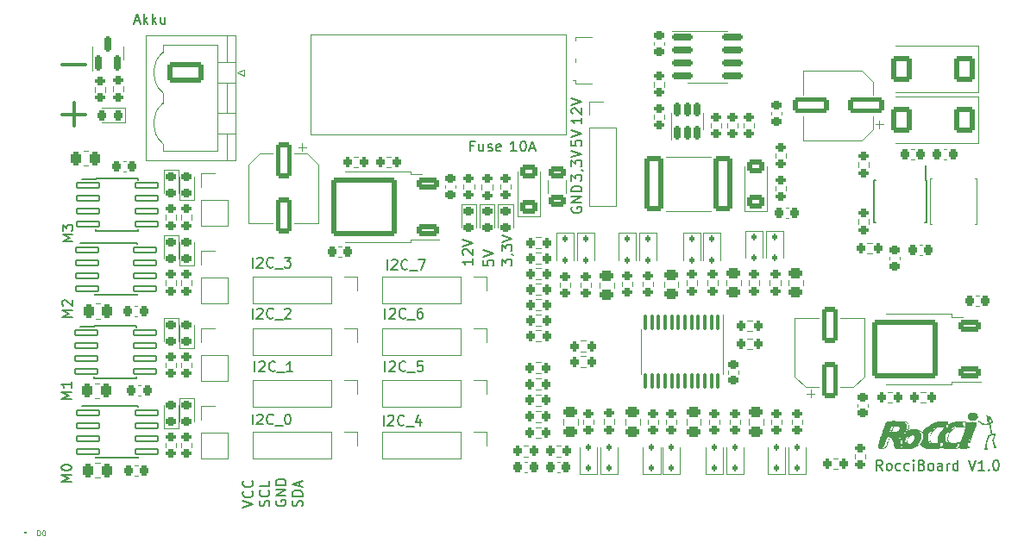
<source format=gbr>
%TF.GenerationSoftware,KiCad,Pcbnew,7.0.2*%
%TF.CreationDate,2023-07-19T21:42:14+02:00*%
%TF.ProjectId,RocciBoard,526f6363-6942-46f6-9172-642e6b696361,rev?*%
%TF.SameCoordinates,Original*%
%TF.FileFunction,Legend,Top*%
%TF.FilePolarity,Positive*%
%FSLAX46Y46*%
G04 Gerber Fmt 4.6, Leading zero omitted, Abs format (unit mm)*
G04 Created by KiCad (PCBNEW 7.0.2) date 2023-07-19 21:42:14*
%MOMM*%
%LPD*%
G01*
G04 APERTURE LIST*
G04 Aperture macros list*
%AMRoundRect*
0 Rectangle with rounded corners*
0 $1 Rounding radius*
0 $2 $3 $4 $5 $6 $7 $8 $9 X,Y pos of 4 corners*
0 Add a 4 corners polygon primitive as box body*
4,1,4,$2,$3,$4,$5,$6,$7,$8,$9,$2,$3,0*
0 Add four circle primitives for the rounded corners*
1,1,$1+$1,$2,$3*
1,1,$1+$1,$4,$5*
1,1,$1+$1,$6,$7*
1,1,$1+$1,$8,$9*
0 Add four rect primitives between the rounded corners*
20,1,$1+$1,$2,$3,$4,$5,0*
20,1,$1+$1,$4,$5,$6,$7,0*
20,1,$1+$1,$6,$7,$8,$9,0*
20,1,$1+$1,$8,$9,$2,$3,0*%
G04 Aperture macros list end*
%ADD10C,0.150000*%
%ADD11C,0.300000*%
%ADD12C,0.075000*%
%ADD13C,0.120000*%
%ADD14RoundRect,0.250000X0.850000X0.350000X-0.850000X0.350000X-0.850000X-0.350000X0.850000X-0.350000X0*%
%ADD15RoundRect,0.249997X2.950003X2.650003X-2.950003X2.650003X-2.950003X-2.650003X2.950003X-2.650003X0*%
%ADD16RoundRect,0.225000X-0.250000X0.225000X-0.250000X-0.225000X0.250000X-0.225000X0.250000X0.225000X0*%
%ADD17RoundRect,0.225000X-0.225000X-0.250000X0.225000X-0.250000X0.225000X0.250000X-0.225000X0.250000X0*%
%ADD18RoundRect,0.112500X-0.112500X0.187500X-0.112500X-0.187500X0.112500X-0.187500X0.112500X0.187500X0*%
%ADD19RoundRect,0.200000X0.275000X-0.200000X0.275000X0.200000X-0.275000X0.200000X-0.275000X-0.200000X0*%
%ADD20R,3.700000X1.100000*%
%ADD21RoundRect,0.250000X0.787500X1.025000X-0.787500X1.025000X-0.787500X-1.025000X0.787500X-1.025000X0*%
%ADD22RoundRect,0.100000X-0.100000X0.637500X-0.100000X-0.637500X0.100000X-0.637500X0.100000X0.637500X0*%
%ADD23R,1.700000X1.700000*%
%ADD24O,1.700000X1.700000*%
%ADD25RoundRect,0.200000X0.200000X0.275000X-0.200000X0.275000X-0.200000X-0.275000X0.200000X-0.275000X0*%
%ADD26RoundRect,0.150000X0.150000X-0.512500X0.150000X0.512500X-0.150000X0.512500X-0.150000X-0.512500X0*%
%ADD27RoundRect,0.112500X0.112500X-0.187500X0.112500X0.187500X-0.112500X0.187500X-0.112500X-0.187500X0*%
%ADD28RoundRect,0.200000X-0.275000X0.200000X-0.275000X-0.200000X0.275000X-0.200000X0.275000X0.200000X0*%
%ADD29RoundRect,0.250000X-0.550000X1.500000X-0.550000X-1.500000X0.550000X-1.500000X0.550000X1.500000X0*%
%ADD30RoundRect,0.218750X0.256250X-0.218750X0.256250X0.218750X-0.256250X0.218750X-0.256250X-0.218750X0*%
%ADD31RoundRect,0.218750X-0.256250X0.218750X-0.256250X-0.218750X0.256250X-0.218750X0.256250X0.218750X0*%
%ADD32RoundRect,0.200000X-0.200000X-0.275000X0.200000X-0.275000X0.200000X0.275000X-0.200000X0.275000X0*%
%ADD33RoundRect,0.250000X0.712500X2.475000X-0.712500X2.475000X-0.712500X-2.475000X0.712500X-2.475000X0*%
%ADD34RoundRect,0.250000X-0.262500X-0.450000X0.262500X-0.450000X0.262500X0.450000X-0.262500X0.450000X0*%
%ADD35RoundRect,0.243750X-0.456250X0.243750X-0.456250X-0.243750X0.456250X-0.243750X0.456250X0.243750X0*%
%ADD36RoundRect,0.218750X0.218750X0.256250X-0.218750X0.256250X-0.218750X-0.256250X0.218750X-0.256250X0*%
%ADD37RoundRect,0.250000X-1.550000X0.750000X-1.550000X-0.750000X1.550000X-0.750000X1.550000X0.750000X0*%
%ADD38O,3.600000X2.000000*%
%ADD39RoundRect,0.243750X0.456250X-0.243750X0.456250X0.243750X-0.456250X0.243750X-0.456250X-0.243750X0*%
%ADD40RoundRect,0.225000X0.250000X-0.225000X0.250000X0.225000X-0.250000X0.225000X-0.250000X-0.225000X0*%
%ADD41RoundRect,0.250000X0.600000X-0.400000X0.600000X0.400000X-0.600000X0.400000X-0.600000X-0.400000X0*%
%ADD42RoundRect,0.225000X0.225000X0.250000X-0.225000X0.250000X-0.225000X-0.250000X0.225000X-0.250000X0*%
%ADD43R,1.270000X1.400000*%
%ADD44R,4.720000X4.800000*%
%ADD45R,2.400000X3.100000*%
%ADD46RoundRect,0.070000X-1.100000X-0.250000X1.100000X-0.250000X1.100000X0.250000X-1.100000X0.250000X0*%
%ADD47C,0.770000*%
%ADD48RoundRect,0.150000X-0.825000X-0.150000X0.825000X-0.150000X0.825000X0.150000X-0.825000X0.150000X0*%
%ADD49RoundRect,0.250000X0.625000X-0.375000X0.625000X0.375000X-0.625000X0.375000X-0.625000X-0.375000X0*%
%ADD50RoundRect,0.250000X0.550000X-1.500000X0.550000X1.500000X-0.550000X1.500000X-0.550000X-1.500000X0*%
%ADD51RoundRect,0.250000X1.500000X0.550000X-1.500000X0.550000X-1.500000X-0.550000X1.500000X-0.550000X0*%
%ADD52RoundRect,0.150000X0.150000X-0.587500X0.150000X0.587500X-0.150000X0.587500X-0.150000X-0.587500X0*%
%ADD53R,6.000000X6.000000*%
%ADD54C,3.200000*%
%ADD55O,1.727200X1.727200*%
%ADD56R,1.727200X1.727200*%
%ADD57R,3.100000X2.600000*%
%ADD58R,0.600000X1.550000*%
G04 APERTURE END LIST*
D10*
X121219019Y-103429304D02*
X120219019Y-103429304D01*
X120219019Y-103429304D02*
X120933304Y-103095971D01*
X120933304Y-103095971D02*
X120219019Y-102762638D01*
X120219019Y-102762638D02*
X121219019Y-102762638D01*
X120219019Y-102381685D02*
X120219019Y-101762638D01*
X120219019Y-101762638D02*
X120599971Y-102095971D01*
X120599971Y-102095971D02*
X120599971Y-101953114D01*
X120599971Y-101953114D02*
X120647590Y-101857876D01*
X120647590Y-101857876D02*
X120695209Y-101810257D01*
X120695209Y-101810257D02*
X120790447Y-101762638D01*
X120790447Y-101762638D02*
X121028542Y-101762638D01*
X121028542Y-101762638D02*
X121123780Y-101810257D01*
X121123780Y-101810257D02*
X121171400Y-101857876D01*
X121171400Y-101857876D02*
X121219019Y-101953114D01*
X121219019Y-101953114D02*
X121219019Y-102238828D01*
X121219019Y-102238828D02*
X121171400Y-102334066D01*
X121171400Y-102334066D02*
X121123780Y-102381685D01*
X151872095Y-110995619D02*
X151872095Y-109995619D01*
X152300666Y-110090857D02*
X152348285Y-110043238D01*
X152348285Y-110043238D02*
X152443523Y-109995619D01*
X152443523Y-109995619D02*
X152681618Y-109995619D01*
X152681618Y-109995619D02*
X152776856Y-110043238D01*
X152776856Y-110043238D02*
X152824475Y-110090857D01*
X152824475Y-110090857D02*
X152872094Y-110186095D01*
X152872094Y-110186095D02*
X152872094Y-110281333D01*
X152872094Y-110281333D02*
X152824475Y-110424190D01*
X152824475Y-110424190D02*
X152253047Y-110995619D01*
X152253047Y-110995619D02*
X152872094Y-110995619D01*
X153872094Y-110900380D02*
X153824475Y-110948000D01*
X153824475Y-110948000D02*
X153681618Y-110995619D01*
X153681618Y-110995619D02*
X153586380Y-110995619D01*
X153586380Y-110995619D02*
X153443523Y-110948000D01*
X153443523Y-110948000D02*
X153348285Y-110852761D01*
X153348285Y-110852761D02*
X153300666Y-110757523D01*
X153300666Y-110757523D02*
X153253047Y-110567047D01*
X153253047Y-110567047D02*
X153253047Y-110424190D01*
X153253047Y-110424190D02*
X153300666Y-110233714D01*
X153300666Y-110233714D02*
X153348285Y-110138476D01*
X153348285Y-110138476D02*
X153443523Y-110043238D01*
X153443523Y-110043238D02*
X153586380Y-109995619D01*
X153586380Y-109995619D02*
X153681618Y-109995619D01*
X153681618Y-109995619D02*
X153824475Y-110043238D01*
X153824475Y-110043238D02*
X153872094Y-110090857D01*
X154062571Y-111090857D02*
X154824475Y-111090857D01*
X155491142Y-109995619D02*
X155300666Y-109995619D01*
X155300666Y-109995619D02*
X155205428Y-110043238D01*
X155205428Y-110043238D02*
X155157809Y-110090857D01*
X155157809Y-110090857D02*
X155062571Y-110233714D01*
X155062571Y-110233714D02*
X155014952Y-110424190D01*
X155014952Y-110424190D02*
X155014952Y-110805142D01*
X155014952Y-110805142D02*
X155062571Y-110900380D01*
X155062571Y-110900380D02*
X155110190Y-110948000D01*
X155110190Y-110948000D02*
X155205428Y-110995619D01*
X155205428Y-110995619D02*
X155395904Y-110995619D01*
X155395904Y-110995619D02*
X155491142Y-110948000D01*
X155491142Y-110948000D02*
X155538761Y-110900380D01*
X155538761Y-110900380D02*
X155586380Y-110805142D01*
X155586380Y-110805142D02*
X155586380Y-110567047D01*
X155586380Y-110567047D02*
X155538761Y-110471809D01*
X155538761Y-110471809D02*
X155491142Y-110424190D01*
X155491142Y-110424190D02*
X155395904Y-110376571D01*
X155395904Y-110376571D02*
X155205428Y-110376571D01*
X155205428Y-110376571D02*
X155110190Y-110424190D01*
X155110190Y-110424190D02*
X155062571Y-110471809D01*
X155062571Y-110471809D02*
X155014952Y-110567047D01*
X170155619Y-93509714D02*
X170155619Y-93985904D01*
X170155619Y-93985904D02*
X170631809Y-94033523D01*
X170631809Y-94033523D02*
X170584190Y-93985904D01*
X170584190Y-93985904D02*
X170536571Y-93890666D01*
X170536571Y-93890666D02*
X170536571Y-93652571D01*
X170536571Y-93652571D02*
X170584190Y-93557333D01*
X170584190Y-93557333D02*
X170631809Y-93509714D01*
X170631809Y-93509714D02*
X170727047Y-93462095D01*
X170727047Y-93462095D02*
X170965142Y-93462095D01*
X170965142Y-93462095D02*
X171060380Y-93509714D01*
X171060380Y-93509714D02*
X171108000Y-93557333D01*
X171108000Y-93557333D02*
X171155619Y-93652571D01*
X171155619Y-93652571D02*
X171155619Y-93890666D01*
X171155619Y-93890666D02*
X171108000Y-93985904D01*
X171108000Y-93985904D02*
X171060380Y-94033523D01*
X170155619Y-93176380D02*
X171155619Y-92843047D01*
X171155619Y-92843047D02*
X170155619Y-92509714D01*
X171155619Y-91262095D02*
X171155619Y-91833523D01*
X171155619Y-91547809D02*
X170155619Y-91547809D01*
X170155619Y-91547809D02*
X170298476Y-91643047D01*
X170298476Y-91643047D02*
X170393714Y-91738285D01*
X170393714Y-91738285D02*
X170441333Y-91833523D01*
X170250857Y-90881142D02*
X170203238Y-90833523D01*
X170203238Y-90833523D02*
X170155619Y-90738285D01*
X170155619Y-90738285D02*
X170155619Y-90500190D01*
X170155619Y-90500190D02*
X170203238Y-90404952D01*
X170203238Y-90404952D02*
X170250857Y-90357333D01*
X170250857Y-90357333D02*
X170346095Y-90309714D01*
X170346095Y-90309714D02*
X170441333Y-90309714D01*
X170441333Y-90309714D02*
X170584190Y-90357333D01*
X170584190Y-90357333D02*
X171155619Y-90928761D01*
X171155619Y-90928761D02*
X171155619Y-90309714D01*
X170155619Y-90023999D02*
X171155619Y-89690666D01*
X171155619Y-89690666D02*
X170155619Y-89357333D01*
X139072095Y-116195619D02*
X139072095Y-115195619D01*
X139500666Y-115290857D02*
X139548285Y-115243238D01*
X139548285Y-115243238D02*
X139643523Y-115195619D01*
X139643523Y-115195619D02*
X139881618Y-115195619D01*
X139881618Y-115195619D02*
X139976856Y-115243238D01*
X139976856Y-115243238D02*
X140024475Y-115290857D01*
X140024475Y-115290857D02*
X140072094Y-115386095D01*
X140072094Y-115386095D02*
X140072094Y-115481333D01*
X140072094Y-115481333D02*
X140024475Y-115624190D01*
X140024475Y-115624190D02*
X139453047Y-116195619D01*
X139453047Y-116195619D02*
X140072094Y-116195619D01*
X141072094Y-116100380D02*
X141024475Y-116148000D01*
X141024475Y-116148000D02*
X140881618Y-116195619D01*
X140881618Y-116195619D02*
X140786380Y-116195619D01*
X140786380Y-116195619D02*
X140643523Y-116148000D01*
X140643523Y-116148000D02*
X140548285Y-116052761D01*
X140548285Y-116052761D02*
X140500666Y-115957523D01*
X140500666Y-115957523D02*
X140453047Y-115767047D01*
X140453047Y-115767047D02*
X140453047Y-115624190D01*
X140453047Y-115624190D02*
X140500666Y-115433714D01*
X140500666Y-115433714D02*
X140548285Y-115338476D01*
X140548285Y-115338476D02*
X140643523Y-115243238D01*
X140643523Y-115243238D02*
X140786380Y-115195619D01*
X140786380Y-115195619D02*
X140881618Y-115195619D01*
X140881618Y-115195619D02*
X141024475Y-115243238D01*
X141024475Y-115243238D02*
X141072094Y-115290857D01*
X141262571Y-116290857D02*
X142024475Y-116290857D01*
X142786380Y-116195619D02*
X142214952Y-116195619D01*
X142500666Y-116195619D02*
X142500666Y-115195619D01*
X142500666Y-115195619D02*
X142405428Y-115338476D01*
X142405428Y-115338476D02*
X142310190Y-115433714D01*
X142310190Y-115433714D02*
X142214952Y-115481333D01*
X152072095Y-106195619D02*
X152072095Y-105195619D01*
X152500666Y-105290857D02*
X152548285Y-105243238D01*
X152548285Y-105243238D02*
X152643523Y-105195619D01*
X152643523Y-105195619D02*
X152881618Y-105195619D01*
X152881618Y-105195619D02*
X152976856Y-105243238D01*
X152976856Y-105243238D02*
X153024475Y-105290857D01*
X153024475Y-105290857D02*
X153072094Y-105386095D01*
X153072094Y-105386095D02*
X153072094Y-105481333D01*
X153072094Y-105481333D02*
X153024475Y-105624190D01*
X153024475Y-105624190D02*
X152453047Y-106195619D01*
X152453047Y-106195619D02*
X153072094Y-106195619D01*
X154072094Y-106100380D02*
X154024475Y-106148000D01*
X154024475Y-106148000D02*
X153881618Y-106195619D01*
X153881618Y-106195619D02*
X153786380Y-106195619D01*
X153786380Y-106195619D02*
X153643523Y-106148000D01*
X153643523Y-106148000D02*
X153548285Y-106052761D01*
X153548285Y-106052761D02*
X153500666Y-105957523D01*
X153500666Y-105957523D02*
X153453047Y-105767047D01*
X153453047Y-105767047D02*
X153453047Y-105624190D01*
X153453047Y-105624190D02*
X153500666Y-105433714D01*
X153500666Y-105433714D02*
X153548285Y-105338476D01*
X153548285Y-105338476D02*
X153643523Y-105243238D01*
X153643523Y-105243238D02*
X153786380Y-105195619D01*
X153786380Y-105195619D02*
X153881618Y-105195619D01*
X153881618Y-105195619D02*
X154024475Y-105243238D01*
X154024475Y-105243238D02*
X154072094Y-105290857D01*
X154262571Y-106290857D02*
X155024475Y-106290857D01*
X155167333Y-105195619D02*
X155833999Y-105195619D01*
X155833999Y-105195619D02*
X155405428Y-106195619D01*
X164760404Y-94548119D02*
X164188976Y-94548119D01*
X164474690Y-94548119D02*
X164474690Y-93548119D01*
X164474690Y-93548119D02*
X164379452Y-93690976D01*
X164379452Y-93690976D02*
X164284214Y-93786214D01*
X164284214Y-93786214D02*
X164188976Y-93833833D01*
X165379452Y-93548119D02*
X165474690Y-93548119D01*
X165474690Y-93548119D02*
X165569928Y-93595738D01*
X165569928Y-93595738D02*
X165617547Y-93643357D01*
X165617547Y-93643357D02*
X165665166Y-93738595D01*
X165665166Y-93738595D02*
X165712785Y-93929071D01*
X165712785Y-93929071D02*
X165712785Y-94167166D01*
X165712785Y-94167166D02*
X165665166Y-94357642D01*
X165665166Y-94357642D02*
X165617547Y-94452880D01*
X165617547Y-94452880D02*
X165569928Y-94500500D01*
X165569928Y-94500500D02*
X165474690Y-94548119D01*
X165474690Y-94548119D02*
X165379452Y-94548119D01*
X165379452Y-94548119D02*
X165284214Y-94500500D01*
X165284214Y-94500500D02*
X165236595Y-94452880D01*
X165236595Y-94452880D02*
X165188976Y-94357642D01*
X165188976Y-94357642D02*
X165141357Y-94167166D01*
X165141357Y-94167166D02*
X165141357Y-93929071D01*
X165141357Y-93929071D02*
X165188976Y-93738595D01*
X165188976Y-93738595D02*
X165236595Y-93643357D01*
X165236595Y-93643357D02*
X165284214Y-93595738D01*
X165284214Y-93595738D02*
X165379452Y-93548119D01*
X166093738Y-94262404D02*
X166569928Y-94262404D01*
X165998500Y-94548119D02*
X166331833Y-93548119D01*
X166331833Y-93548119D02*
X166665166Y-94548119D01*
X127303476Y-81754904D02*
X127779666Y-81754904D01*
X127208238Y-82040619D02*
X127541571Y-81040619D01*
X127541571Y-81040619D02*
X127874904Y-82040619D01*
X128208238Y-82040619D02*
X128208238Y-81040619D01*
X128303476Y-81659666D02*
X128589190Y-82040619D01*
X128589190Y-81373952D02*
X128208238Y-81754904D01*
X129017762Y-82040619D02*
X129017762Y-81040619D01*
X129113000Y-81659666D02*
X129398714Y-82040619D01*
X129398714Y-81373952D02*
X129017762Y-81754904D01*
X130255857Y-81373952D02*
X130255857Y-82040619D01*
X129827286Y-81373952D02*
X129827286Y-81897761D01*
X129827286Y-81897761D02*
X129874905Y-81993000D01*
X129874905Y-81993000D02*
X129970143Y-82040619D01*
X129970143Y-82040619D02*
X130113000Y-82040619D01*
X130113000Y-82040619D02*
X130208238Y-81993000D01*
X130208238Y-81993000D02*
X130255857Y-81945380D01*
X160456419Y-105115295D02*
X160456419Y-105686723D01*
X160456419Y-105401009D02*
X159456419Y-105401009D01*
X159456419Y-105401009D02*
X159599276Y-105496247D01*
X159599276Y-105496247D02*
X159694514Y-105591485D01*
X159694514Y-105591485D02*
X159742133Y-105686723D01*
X159551657Y-104734342D02*
X159504038Y-104686723D01*
X159504038Y-104686723D02*
X159456419Y-104591485D01*
X159456419Y-104591485D02*
X159456419Y-104353390D01*
X159456419Y-104353390D02*
X159504038Y-104258152D01*
X159504038Y-104258152D02*
X159551657Y-104210533D01*
X159551657Y-104210533D02*
X159646895Y-104162914D01*
X159646895Y-104162914D02*
X159742133Y-104162914D01*
X159742133Y-104162914D02*
X159884990Y-104210533D01*
X159884990Y-104210533D02*
X160456419Y-104781961D01*
X160456419Y-104781961D02*
X160456419Y-104162914D01*
X159456419Y-103877199D02*
X160456419Y-103543866D01*
X160456419Y-103543866D02*
X159456419Y-103210533D01*
X161513819Y-105289914D02*
X161513819Y-105766104D01*
X161513819Y-105766104D02*
X161990009Y-105813723D01*
X161990009Y-105813723D02*
X161942390Y-105766104D01*
X161942390Y-105766104D02*
X161894771Y-105670866D01*
X161894771Y-105670866D02*
X161894771Y-105432771D01*
X161894771Y-105432771D02*
X161942390Y-105337533D01*
X161942390Y-105337533D02*
X161990009Y-105289914D01*
X161990009Y-105289914D02*
X162085247Y-105242295D01*
X162085247Y-105242295D02*
X162323342Y-105242295D01*
X162323342Y-105242295D02*
X162418580Y-105289914D01*
X162418580Y-105289914D02*
X162466200Y-105337533D01*
X162466200Y-105337533D02*
X162513819Y-105432771D01*
X162513819Y-105432771D02*
X162513819Y-105670866D01*
X162513819Y-105670866D02*
X162466200Y-105766104D01*
X162466200Y-105766104D02*
X162418580Y-105813723D01*
X161513819Y-104956580D02*
X162513819Y-104623247D01*
X162513819Y-104623247D02*
X161513819Y-104289914D01*
X121162619Y-110846104D02*
X120162619Y-110846104D01*
X120162619Y-110846104D02*
X120876904Y-110512771D01*
X120876904Y-110512771D02*
X120162619Y-110179438D01*
X120162619Y-110179438D02*
X121162619Y-110179438D01*
X120257857Y-109750866D02*
X120210238Y-109703247D01*
X120210238Y-109703247D02*
X120162619Y-109608009D01*
X120162619Y-109608009D02*
X120162619Y-109369914D01*
X120162619Y-109369914D02*
X120210238Y-109274676D01*
X120210238Y-109274676D02*
X120257857Y-109227057D01*
X120257857Y-109227057D02*
X120353095Y-109179438D01*
X120353095Y-109179438D02*
X120448333Y-109179438D01*
X120448333Y-109179438D02*
X120591190Y-109227057D01*
X120591190Y-109227057D02*
X121162619Y-109798485D01*
X121162619Y-109798485D02*
X121162619Y-109179438D01*
X200687523Y-125901619D02*
X200354190Y-125425428D01*
X200116095Y-125901619D02*
X200116095Y-124901619D01*
X200116095Y-124901619D02*
X200497047Y-124901619D01*
X200497047Y-124901619D02*
X200592285Y-124949238D01*
X200592285Y-124949238D02*
X200639904Y-124996857D01*
X200639904Y-124996857D02*
X200687523Y-125092095D01*
X200687523Y-125092095D02*
X200687523Y-125234952D01*
X200687523Y-125234952D02*
X200639904Y-125330190D01*
X200639904Y-125330190D02*
X200592285Y-125377809D01*
X200592285Y-125377809D02*
X200497047Y-125425428D01*
X200497047Y-125425428D02*
X200116095Y-125425428D01*
X201258952Y-125901619D02*
X201163714Y-125854000D01*
X201163714Y-125854000D02*
X201116095Y-125806380D01*
X201116095Y-125806380D02*
X201068476Y-125711142D01*
X201068476Y-125711142D02*
X201068476Y-125425428D01*
X201068476Y-125425428D02*
X201116095Y-125330190D01*
X201116095Y-125330190D02*
X201163714Y-125282571D01*
X201163714Y-125282571D02*
X201258952Y-125234952D01*
X201258952Y-125234952D02*
X201401809Y-125234952D01*
X201401809Y-125234952D02*
X201497047Y-125282571D01*
X201497047Y-125282571D02*
X201544666Y-125330190D01*
X201544666Y-125330190D02*
X201592285Y-125425428D01*
X201592285Y-125425428D02*
X201592285Y-125711142D01*
X201592285Y-125711142D02*
X201544666Y-125806380D01*
X201544666Y-125806380D02*
X201497047Y-125854000D01*
X201497047Y-125854000D02*
X201401809Y-125901619D01*
X201401809Y-125901619D02*
X201258952Y-125901619D01*
X202449428Y-125854000D02*
X202354190Y-125901619D01*
X202354190Y-125901619D02*
X202163714Y-125901619D01*
X202163714Y-125901619D02*
X202068476Y-125854000D01*
X202068476Y-125854000D02*
X202020857Y-125806380D01*
X202020857Y-125806380D02*
X201973238Y-125711142D01*
X201973238Y-125711142D02*
X201973238Y-125425428D01*
X201973238Y-125425428D02*
X202020857Y-125330190D01*
X202020857Y-125330190D02*
X202068476Y-125282571D01*
X202068476Y-125282571D02*
X202163714Y-125234952D01*
X202163714Y-125234952D02*
X202354190Y-125234952D01*
X202354190Y-125234952D02*
X202449428Y-125282571D01*
X203306571Y-125854000D02*
X203211333Y-125901619D01*
X203211333Y-125901619D02*
X203020857Y-125901619D01*
X203020857Y-125901619D02*
X202925619Y-125854000D01*
X202925619Y-125854000D02*
X202878000Y-125806380D01*
X202878000Y-125806380D02*
X202830381Y-125711142D01*
X202830381Y-125711142D02*
X202830381Y-125425428D01*
X202830381Y-125425428D02*
X202878000Y-125330190D01*
X202878000Y-125330190D02*
X202925619Y-125282571D01*
X202925619Y-125282571D02*
X203020857Y-125234952D01*
X203020857Y-125234952D02*
X203211333Y-125234952D01*
X203211333Y-125234952D02*
X203306571Y-125282571D01*
X203735143Y-125901619D02*
X203735143Y-125234952D01*
X203735143Y-124901619D02*
X203687524Y-124949238D01*
X203687524Y-124949238D02*
X203735143Y-124996857D01*
X203735143Y-124996857D02*
X203782762Y-124949238D01*
X203782762Y-124949238D02*
X203735143Y-124901619D01*
X203735143Y-124901619D02*
X203735143Y-124996857D01*
X204544666Y-125377809D02*
X204687523Y-125425428D01*
X204687523Y-125425428D02*
X204735142Y-125473047D01*
X204735142Y-125473047D02*
X204782761Y-125568285D01*
X204782761Y-125568285D02*
X204782761Y-125711142D01*
X204782761Y-125711142D02*
X204735142Y-125806380D01*
X204735142Y-125806380D02*
X204687523Y-125854000D01*
X204687523Y-125854000D02*
X204592285Y-125901619D01*
X204592285Y-125901619D02*
X204211333Y-125901619D01*
X204211333Y-125901619D02*
X204211333Y-124901619D01*
X204211333Y-124901619D02*
X204544666Y-124901619D01*
X204544666Y-124901619D02*
X204639904Y-124949238D01*
X204639904Y-124949238D02*
X204687523Y-124996857D01*
X204687523Y-124996857D02*
X204735142Y-125092095D01*
X204735142Y-125092095D02*
X204735142Y-125187333D01*
X204735142Y-125187333D02*
X204687523Y-125282571D01*
X204687523Y-125282571D02*
X204639904Y-125330190D01*
X204639904Y-125330190D02*
X204544666Y-125377809D01*
X204544666Y-125377809D02*
X204211333Y-125377809D01*
X205354190Y-125901619D02*
X205258952Y-125854000D01*
X205258952Y-125854000D02*
X205211333Y-125806380D01*
X205211333Y-125806380D02*
X205163714Y-125711142D01*
X205163714Y-125711142D02*
X205163714Y-125425428D01*
X205163714Y-125425428D02*
X205211333Y-125330190D01*
X205211333Y-125330190D02*
X205258952Y-125282571D01*
X205258952Y-125282571D02*
X205354190Y-125234952D01*
X205354190Y-125234952D02*
X205497047Y-125234952D01*
X205497047Y-125234952D02*
X205592285Y-125282571D01*
X205592285Y-125282571D02*
X205639904Y-125330190D01*
X205639904Y-125330190D02*
X205687523Y-125425428D01*
X205687523Y-125425428D02*
X205687523Y-125711142D01*
X205687523Y-125711142D02*
X205639904Y-125806380D01*
X205639904Y-125806380D02*
X205592285Y-125854000D01*
X205592285Y-125854000D02*
X205497047Y-125901619D01*
X205497047Y-125901619D02*
X205354190Y-125901619D01*
X206544666Y-125901619D02*
X206544666Y-125377809D01*
X206544666Y-125377809D02*
X206497047Y-125282571D01*
X206497047Y-125282571D02*
X206401809Y-125234952D01*
X206401809Y-125234952D02*
X206211333Y-125234952D01*
X206211333Y-125234952D02*
X206116095Y-125282571D01*
X206544666Y-125854000D02*
X206449428Y-125901619D01*
X206449428Y-125901619D02*
X206211333Y-125901619D01*
X206211333Y-125901619D02*
X206116095Y-125854000D01*
X206116095Y-125854000D02*
X206068476Y-125758761D01*
X206068476Y-125758761D02*
X206068476Y-125663523D01*
X206068476Y-125663523D02*
X206116095Y-125568285D01*
X206116095Y-125568285D02*
X206211333Y-125520666D01*
X206211333Y-125520666D02*
X206449428Y-125520666D01*
X206449428Y-125520666D02*
X206544666Y-125473047D01*
X207020857Y-125901619D02*
X207020857Y-125234952D01*
X207020857Y-125425428D02*
X207068476Y-125330190D01*
X207068476Y-125330190D02*
X207116095Y-125282571D01*
X207116095Y-125282571D02*
X207211333Y-125234952D01*
X207211333Y-125234952D02*
X207306571Y-125234952D01*
X208068476Y-125901619D02*
X208068476Y-124901619D01*
X208068476Y-125854000D02*
X207973238Y-125901619D01*
X207973238Y-125901619D02*
X207782762Y-125901619D01*
X207782762Y-125901619D02*
X207687524Y-125854000D01*
X207687524Y-125854000D02*
X207639905Y-125806380D01*
X207639905Y-125806380D02*
X207592286Y-125711142D01*
X207592286Y-125711142D02*
X207592286Y-125425428D01*
X207592286Y-125425428D02*
X207639905Y-125330190D01*
X207639905Y-125330190D02*
X207687524Y-125282571D01*
X207687524Y-125282571D02*
X207782762Y-125234952D01*
X207782762Y-125234952D02*
X207973238Y-125234952D01*
X207973238Y-125234952D02*
X208068476Y-125282571D01*
X209163715Y-124901619D02*
X209497048Y-125901619D01*
X209497048Y-125901619D02*
X209830381Y-124901619D01*
X210687524Y-125901619D02*
X210116096Y-125901619D01*
X210401810Y-125901619D02*
X210401810Y-124901619D01*
X210401810Y-124901619D02*
X210306572Y-125044476D01*
X210306572Y-125044476D02*
X210211334Y-125139714D01*
X210211334Y-125139714D02*
X210116096Y-125187333D01*
X211116096Y-125806380D02*
X211163715Y-125854000D01*
X211163715Y-125854000D02*
X211116096Y-125901619D01*
X211116096Y-125901619D02*
X211068477Y-125854000D01*
X211068477Y-125854000D02*
X211116096Y-125806380D01*
X211116096Y-125806380D02*
X211116096Y-125901619D01*
X211782762Y-124901619D02*
X211878000Y-124901619D01*
X211878000Y-124901619D02*
X211973238Y-124949238D01*
X211973238Y-124949238D02*
X212020857Y-124996857D01*
X212020857Y-124996857D02*
X212068476Y-125092095D01*
X212068476Y-125092095D02*
X212116095Y-125282571D01*
X212116095Y-125282571D02*
X212116095Y-125520666D01*
X212116095Y-125520666D02*
X212068476Y-125711142D01*
X212068476Y-125711142D02*
X212020857Y-125806380D01*
X212020857Y-125806380D02*
X211973238Y-125854000D01*
X211973238Y-125854000D02*
X211878000Y-125901619D01*
X211878000Y-125901619D02*
X211782762Y-125901619D01*
X211782762Y-125901619D02*
X211687524Y-125854000D01*
X211687524Y-125854000D02*
X211639905Y-125806380D01*
X211639905Y-125806380D02*
X211592286Y-125711142D01*
X211592286Y-125711142D02*
X211544667Y-125520666D01*
X211544667Y-125520666D02*
X211544667Y-125282571D01*
X211544667Y-125282571D02*
X211592286Y-125092095D01*
X211592286Y-125092095D02*
X211639905Y-124996857D01*
X211639905Y-124996857D02*
X211687524Y-124949238D01*
X211687524Y-124949238D02*
X211782762Y-124901619D01*
X160569928Y-94024309D02*
X160236595Y-94024309D01*
X160236595Y-94548119D02*
X160236595Y-93548119D01*
X160236595Y-93548119D02*
X160712785Y-93548119D01*
X161522309Y-93881452D02*
X161522309Y-94548119D01*
X161093738Y-93881452D02*
X161093738Y-94405261D01*
X161093738Y-94405261D02*
X161141357Y-94500500D01*
X161141357Y-94500500D02*
X161236595Y-94548119D01*
X161236595Y-94548119D02*
X161379452Y-94548119D01*
X161379452Y-94548119D02*
X161474690Y-94500500D01*
X161474690Y-94500500D02*
X161522309Y-94452880D01*
X161950881Y-94500500D02*
X162046119Y-94548119D01*
X162046119Y-94548119D02*
X162236595Y-94548119D01*
X162236595Y-94548119D02*
X162331833Y-94500500D01*
X162331833Y-94500500D02*
X162379452Y-94405261D01*
X162379452Y-94405261D02*
X162379452Y-94357642D01*
X162379452Y-94357642D02*
X162331833Y-94262404D01*
X162331833Y-94262404D02*
X162236595Y-94214785D01*
X162236595Y-94214785D02*
X162093738Y-94214785D01*
X162093738Y-94214785D02*
X161998500Y-94167166D01*
X161998500Y-94167166D02*
X161950881Y-94071928D01*
X161950881Y-94071928D02*
X161950881Y-94024309D01*
X161950881Y-94024309D02*
X161998500Y-93929071D01*
X161998500Y-93929071D02*
X162093738Y-93881452D01*
X162093738Y-93881452D02*
X162236595Y-93881452D01*
X162236595Y-93881452D02*
X162331833Y-93929071D01*
X163188976Y-94500500D02*
X163093738Y-94548119D01*
X163093738Y-94548119D02*
X162903262Y-94548119D01*
X162903262Y-94548119D02*
X162808024Y-94500500D01*
X162808024Y-94500500D02*
X162760405Y-94405261D01*
X162760405Y-94405261D02*
X162760405Y-94024309D01*
X162760405Y-94024309D02*
X162808024Y-93929071D01*
X162808024Y-93929071D02*
X162903262Y-93881452D01*
X162903262Y-93881452D02*
X163093738Y-93881452D01*
X163093738Y-93881452D02*
X163188976Y-93929071D01*
X163188976Y-93929071D02*
X163236595Y-94024309D01*
X163236595Y-94024309D02*
X163236595Y-94119547D01*
X163236595Y-94119547D02*
X162760405Y-94214785D01*
X138872095Y-121395619D02*
X138872095Y-120395619D01*
X139300666Y-120490857D02*
X139348285Y-120443238D01*
X139348285Y-120443238D02*
X139443523Y-120395619D01*
X139443523Y-120395619D02*
X139681618Y-120395619D01*
X139681618Y-120395619D02*
X139776856Y-120443238D01*
X139776856Y-120443238D02*
X139824475Y-120490857D01*
X139824475Y-120490857D02*
X139872094Y-120586095D01*
X139872094Y-120586095D02*
X139872094Y-120681333D01*
X139872094Y-120681333D02*
X139824475Y-120824190D01*
X139824475Y-120824190D02*
X139253047Y-121395619D01*
X139253047Y-121395619D02*
X139872094Y-121395619D01*
X140872094Y-121300380D02*
X140824475Y-121348000D01*
X140824475Y-121348000D02*
X140681618Y-121395619D01*
X140681618Y-121395619D02*
X140586380Y-121395619D01*
X140586380Y-121395619D02*
X140443523Y-121348000D01*
X140443523Y-121348000D02*
X140348285Y-121252761D01*
X140348285Y-121252761D02*
X140300666Y-121157523D01*
X140300666Y-121157523D02*
X140253047Y-120967047D01*
X140253047Y-120967047D02*
X140253047Y-120824190D01*
X140253047Y-120824190D02*
X140300666Y-120633714D01*
X140300666Y-120633714D02*
X140348285Y-120538476D01*
X140348285Y-120538476D02*
X140443523Y-120443238D01*
X140443523Y-120443238D02*
X140586380Y-120395619D01*
X140586380Y-120395619D02*
X140681618Y-120395619D01*
X140681618Y-120395619D02*
X140824475Y-120443238D01*
X140824475Y-120443238D02*
X140872094Y-120490857D01*
X141062571Y-121490857D02*
X141824475Y-121490857D01*
X142253047Y-120395619D02*
X142348285Y-120395619D01*
X142348285Y-120395619D02*
X142443523Y-120443238D01*
X142443523Y-120443238D02*
X142491142Y-120490857D01*
X142491142Y-120490857D02*
X142538761Y-120586095D01*
X142538761Y-120586095D02*
X142586380Y-120776571D01*
X142586380Y-120776571D02*
X142586380Y-121014666D01*
X142586380Y-121014666D02*
X142538761Y-121205142D01*
X142538761Y-121205142D02*
X142491142Y-121300380D01*
X142491142Y-121300380D02*
X142443523Y-121348000D01*
X142443523Y-121348000D02*
X142348285Y-121395619D01*
X142348285Y-121395619D02*
X142253047Y-121395619D01*
X142253047Y-121395619D02*
X142157809Y-121348000D01*
X142157809Y-121348000D02*
X142110190Y-121300380D01*
X142110190Y-121300380D02*
X142062571Y-121205142D01*
X142062571Y-121205142D02*
X142014952Y-121014666D01*
X142014952Y-121014666D02*
X142014952Y-120776571D01*
X142014952Y-120776571D02*
X142062571Y-120586095D01*
X142062571Y-120586095D02*
X142110190Y-120490857D01*
X142110190Y-120490857D02*
X142157809Y-120443238D01*
X142157809Y-120443238D02*
X142253047Y-120395619D01*
X121086419Y-118872504D02*
X120086419Y-118872504D01*
X120086419Y-118872504D02*
X120800704Y-118539171D01*
X120800704Y-118539171D02*
X120086419Y-118205838D01*
X120086419Y-118205838D02*
X121086419Y-118205838D01*
X121086419Y-117205838D02*
X121086419Y-117777266D01*
X121086419Y-117491552D02*
X120086419Y-117491552D01*
X120086419Y-117491552D02*
X120229276Y-117586790D01*
X120229276Y-117586790D02*
X120324514Y-117682028D01*
X120324514Y-117682028D02*
X120372133Y-117777266D01*
X138872095Y-105995619D02*
X138872095Y-104995619D01*
X139300666Y-105090857D02*
X139348285Y-105043238D01*
X139348285Y-105043238D02*
X139443523Y-104995619D01*
X139443523Y-104995619D02*
X139681618Y-104995619D01*
X139681618Y-104995619D02*
X139776856Y-105043238D01*
X139776856Y-105043238D02*
X139824475Y-105090857D01*
X139824475Y-105090857D02*
X139872094Y-105186095D01*
X139872094Y-105186095D02*
X139872094Y-105281333D01*
X139872094Y-105281333D02*
X139824475Y-105424190D01*
X139824475Y-105424190D02*
X139253047Y-105995619D01*
X139253047Y-105995619D02*
X139872094Y-105995619D01*
X140872094Y-105900380D02*
X140824475Y-105948000D01*
X140824475Y-105948000D02*
X140681618Y-105995619D01*
X140681618Y-105995619D02*
X140586380Y-105995619D01*
X140586380Y-105995619D02*
X140443523Y-105948000D01*
X140443523Y-105948000D02*
X140348285Y-105852761D01*
X140348285Y-105852761D02*
X140300666Y-105757523D01*
X140300666Y-105757523D02*
X140253047Y-105567047D01*
X140253047Y-105567047D02*
X140253047Y-105424190D01*
X140253047Y-105424190D02*
X140300666Y-105233714D01*
X140300666Y-105233714D02*
X140348285Y-105138476D01*
X140348285Y-105138476D02*
X140443523Y-105043238D01*
X140443523Y-105043238D02*
X140586380Y-104995619D01*
X140586380Y-104995619D02*
X140681618Y-104995619D01*
X140681618Y-104995619D02*
X140824475Y-105043238D01*
X140824475Y-105043238D02*
X140872094Y-105090857D01*
X141062571Y-106090857D02*
X141824475Y-106090857D01*
X141967333Y-104995619D02*
X142586380Y-104995619D01*
X142586380Y-104995619D02*
X142253047Y-105376571D01*
X142253047Y-105376571D02*
X142395904Y-105376571D01*
X142395904Y-105376571D02*
X142491142Y-105424190D01*
X142491142Y-105424190D02*
X142538761Y-105471809D01*
X142538761Y-105471809D02*
X142586380Y-105567047D01*
X142586380Y-105567047D02*
X142586380Y-105805142D01*
X142586380Y-105805142D02*
X142538761Y-105900380D01*
X142538761Y-105900380D02*
X142491142Y-105948000D01*
X142491142Y-105948000D02*
X142395904Y-105995619D01*
X142395904Y-105995619D02*
X142110190Y-105995619D01*
X142110190Y-105995619D02*
X142014952Y-105948000D01*
X142014952Y-105948000D02*
X141967333Y-105900380D01*
X151872095Y-116195619D02*
X151872095Y-115195619D01*
X152300666Y-115290857D02*
X152348285Y-115243238D01*
X152348285Y-115243238D02*
X152443523Y-115195619D01*
X152443523Y-115195619D02*
X152681618Y-115195619D01*
X152681618Y-115195619D02*
X152776856Y-115243238D01*
X152776856Y-115243238D02*
X152824475Y-115290857D01*
X152824475Y-115290857D02*
X152872094Y-115386095D01*
X152872094Y-115386095D02*
X152872094Y-115481333D01*
X152872094Y-115481333D02*
X152824475Y-115624190D01*
X152824475Y-115624190D02*
X152253047Y-116195619D01*
X152253047Y-116195619D02*
X152872094Y-116195619D01*
X153872094Y-116100380D02*
X153824475Y-116148000D01*
X153824475Y-116148000D02*
X153681618Y-116195619D01*
X153681618Y-116195619D02*
X153586380Y-116195619D01*
X153586380Y-116195619D02*
X153443523Y-116148000D01*
X153443523Y-116148000D02*
X153348285Y-116052761D01*
X153348285Y-116052761D02*
X153300666Y-115957523D01*
X153300666Y-115957523D02*
X153253047Y-115767047D01*
X153253047Y-115767047D02*
X153253047Y-115624190D01*
X153253047Y-115624190D02*
X153300666Y-115433714D01*
X153300666Y-115433714D02*
X153348285Y-115338476D01*
X153348285Y-115338476D02*
X153443523Y-115243238D01*
X153443523Y-115243238D02*
X153586380Y-115195619D01*
X153586380Y-115195619D02*
X153681618Y-115195619D01*
X153681618Y-115195619D02*
X153824475Y-115243238D01*
X153824475Y-115243238D02*
X153872094Y-115290857D01*
X154062571Y-116290857D02*
X154824475Y-116290857D01*
X155538761Y-115195619D02*
X155062571Y-115195619D01*
X155062571Y-115195619D02*
X155014952Y-115671809D01*
X155014952Y-115671809D02*
X155062571Y-115624190D01*
X155062571Y-115624190D02*
X155157809Y-115576571D01*
X155157809Y-115576571D02*
X155395904Y-115576571D01*
X155395904Y-115576571D02*
X155491142Y-115624190D01*
X155491142Y-115624190D02*
X155538761Y-115671809D01*
X155538761Y-115671809D02*
X155586380Y-115767047D01*
X155586380Y-115767047D02*
X155586380Y-116005142D01*
X155586380Y-116005142D02*
X155538761Y-116100380D01*
X155538761Y-116100380D02*
X155491142Y-116148000D01*
X155491142Y-116148000D02*
X155395904Y-116195619D01*
X155395904Y-116195619D02*
X155157809Y-116195619D01*
X155157809Y-116195619D02*
X155062571Y-116148000D01*
X155062571Y-116148000D02*
X155014952Y-116100380D01*
X121086419Y-127025904D02*
X120086419Y-127025904D01*
X120086419Y-127025904D02*
X120800704Y-126692571D01*
X120800704Y-126692571D02*
X120086419Y-126359238D01*
X120086419Y-126359238D02*
X121086419Y-126359238D01*
X120086419Y-125692571D02*
X120086419Y-125597333D01*
X120086419Y-125597333D02*
X120134038Y-125502095D01*
X120134038Y-125502095D02*
X120181657Y-125454476D01*
X120181657Y-125454476D02*
X120276895Y-125406857D01*
X120276895Y-125406857D02*
X120467371Y-125359238D01*
X120467371Y-125359238D02*
X120705466Y-125359238D01*
X120705466Y-125359238D02*
X120895942Y-125406857D01*
X120895942Y-125406857D02*
X120991180Y-125454476D01*
X120991180Y-125454476D02*
X121038800Y-125502095D01*
X121038800Y-125502095D02*
X121086419Y-125597333D01*
X121086419Y-125597333D02*
X121086419Y-125692571D01*
X121086419Y-125692571D02*
X121038800Y-125787809D01*
X121038800Y-125787809D02*
X120991180Y-125835428D01*
X120991180Y-125835428D02*
X120895942Y-125883047D01*
X120895942Y-125883047D02*
X120705466Y-125930666D01*
X120705466Y-125930666D02*
X120467371Y-125930666D01*
X120467371Y-125930666D02*
X120276895Y-125883047D01*
X120276895Y-125883047D02*
X120181657Y-125835428D01*
X120181657Y-125835428D02*
X120134038Y-125787809D01*
X120134038Y-125787809D02*
X120086419Y-125692571D01*
X138872095Y-110995619D02*
X138872095Y-109995619D01*
X139300666Y-110090857D02*
X139348285Y-110043238D01*
X139348285Y-110043238D02*
X139443523Y-109995619D01*
X139443523Y-109995619D02*
X139681618Y-109995619D01*
X139681618Y-109995619D02*
X139776856Y-110043238D01*
X139776856Y-110043238D02*
X139824475Y-110090857D01*
X139824475Y-110090857D02*
X139872094Y-110186095D01*
X139872094Y-110186095D02*
X139872094Y-110281333D01*
X139872094Y-110281333D02*
X139824475Y-110424190D01*
X139824475Y-110424190D02*
X139253047Y-110995619D01*
X139253047Y-110995619D02*
X139872094Y-110995619D01*
X140872094Y-110900380D02*
X140824475Y-110948000D01*
X140824475Y-110948000D02*
X140681618Y-110995619D01*
X140681618Y-110995619D02*
X140586380Y-110995619D01*
X140586380Y-110995619D02*
X140443523Y-110948000D01*
X140443523Y-110948000D02*
X140348285Y-110852761D01*
X140348285Y-110852761D02*
X140300666Y-110757523D01*
X140300666Y-110757523D02*
X140253047Y-110567047D01*
X140253047Y-110567047D02*
X140253047Y-110424190D01*
X140253047Y-110424190D02*
X140300666Y-110233714D01*
X140300666Y-110233714D02*
X140348285Y-110138476D01*
X140348285Y-110138476D02*
X140443523Y-110043238D01*
X140443523Y-110043238D02*
X140586380Y-109995619D01*
X140586380Y-109995619D02*
X140681618Y-109995619D01*
X140681618Y-109995619D02*
X140824475Y-110043238D01*
X140824475Y-110043238D02*
X140872094Y-110090857D01*
X141062571Y-111090857D02*
X141824475Y-111090857D01*
X142014952Y-110090857D02*
X142062571Y-110043238D01*
X142062571Y-110043238D02*
X142157809Y-109995619D01*
X142157809Y-109995619D02*
X142395904Y-109995619D01*
X142395904Y-109995619D02*
X142491142Y-110043238D01*
X142491142Y-110043238D02*
X142538761Y-110090857D01*
X142538761Y-110090857D02*
X142586380Y-110186095D01*
X142586380Y-110186095D02*
X142586380Y-110281333D01*
X142586380Y-110281333D02*
X142538761Y-110424190D01*
X142538761Y-110424190D02*
X141967333Y-110995619D01*
X141967333Y-110995619D02*
X142586380Y-110995619D01*
X163317219Y-105785142D02*
X163317219Y-105166095D01*
X163317219Y-105166095D02*
X163698171Y-105499428D01*
X163698171Y-105499428D02*
X163698171Y-105356571D01*
X163698171Y-105356571D02*
X163745790Y-105261333D01*
X163745790Y-105261333D02*
X163793409Y-105213714D01*
X163793409Y-105213714D02*
X163888647Y-105166095D01*
X163888647Y-105166095D02*
X164126742Y-105166095D01*
X164126742Y-105166095D02*
X164221980Y-105213714D01*
X164221980Y-105213714D02*
X164269600Y-105261333D01*
X164269600Y-105261333D02*
X164317219Y-105356571D01*
X164317219Y-105356571D02*
X164317219Y-105642285D01*
X164317219Y-105642285D02*
X164269600Y-105737523D01*
X164269600Y-105737523D02*
X164221980Y-105785142D01*
X164269600Y-104689904D02*
X164317219Y-104689904D01*
X164317219Y-104689904D02*
X164412457Y-104737523D01*
X164412457Y-104737523D02*
X164460076Y-104785142D01*
X163317219Y-104356571D02*
X163317219Y-103737524D01*
X163317219Y-103737524D02*
X163698171Y-104070857D01*
X163698171Y-104070857D02*
X163698171Y-103928000D01*
X163698171Y-103928000D02*
X163745790Y-103832762D01*
X163745790Y-103832762D02*
X163793409Y-103785143D01*
X163793409Y-103785143D02*
X163888647Y-103737524D01*
X163888647Y-103737524D02*
X164126742Y-103737524D01*
X164126742Y-103737524D02*
X164221980Y-103785143D01*
X164221980Y-103785143D02*
X164269600Y-103832762D01*
X164269600Y-103832762D02*
X164317219Y-103928000D01*
X164317219Y-103928000D02*
X164317219Y-104213714D01*
X164317219Y-104213714D02*
X164269600Y-104308952D01*
X164269600Y-104308952D02*
X164221980Y-104356571D01*
X163317219Y-103451809D02*
X164317219Y-103118476D01*
X164317219Y-103118476D02*
X163317219Y-102785143D01*
X151716095Y-121501619D02*
X151716095Y-120501619D01*
X152144666Y-120596857D02*
X152192285Y-120549238D01*
X152192285Y-120549238D02*
X152287523Y-120501619D01*
X152287523Y-120501619D02*
X152525618Y-120501619D01*
X152525618Y-120501619D02*
X152620856Y-120549238D01*
X152620856Y-120549238D02*
X152668475Y-120596857D01*
X152668475Y-120596857D02*
X152716094Y-120692095D01*
X152716094Y-120692095D02*
X152716094Y-120787333D01*
X152716094Y-120787333D02*
X152668475Y-120930190D01*
X152668475Y-120930190D02*
X152097047Y-121501619D01*
X152097047Y-121501619D02*
X152716094Y-121501619D01*
X153716094Y-121406380D02*
X153668475Y-121454000D01*
X153668475Y-121454000D02*
X153525618Y-121501619D01*
X153525618Y-121501619D02*
X153430380Y-121501619D01*
X153430380Y-121501619D02*
X153287523Y-121454000D01*
X153287523Y-121454000D02*
X153192285Y-121358761D01*
X153192285Y-121358761D02*
X153144666Y-121263523D01*
X153144666Y-121263523D02*
X153097047Y-121073047D01*
X153097047Y-121073047D02*
X153097047Y-120930190D01*
X153097047Y-120930190D02*
X153144666Y-120739714D01*
X153144666Y-120739714D02*
X153192285Y-120644476D01*
X153192285Y-120644476D02*
X153287523Y-120549238D01*
X153287523Y-120549238D02*
X153430380Y-120501619D01*
X153430380Y-120501619D02*
X153525618Y-120501619D01*
X153525618Y-120501619D02*
X153668475Y-120549238D01*
X153668475Y-120549238D02*
X153716094Y-120596857D01*
X153906571Y-121596857D02*
X154668475Y-121596857D01*
X155335142Y-120834952D02*
X155335142Y-121501619D01*
X155097047Y-120454000D02*
X154858952Y-121168285D01*
X154858952Y-121168285D02*
X155477999Y-121168285D01*
X170203238Y-100062095D02*
X170155619Y-100157333D01*
X170155619Y-100157333D02*
X170155619Y-100300190D01*
X170155619Y-100300190D02*
X170203238Y-100443047D01*
X170203238Y-100443047D02*
X170298476Y-100538285D01*
X170298476Y-100538285D02*
X170393714Y-100585904D01*
X170393714Y-100585904D02*
X170584190Y-100633523D01*
X170584190Y-100633523D02*
X170727047Y-100633523D01*
X170727047Y-100633523D02*
X170917523Y-100585904D01*
X170917523Y-100585904D02*
X171012761Y-100538285D01*
X171012761Y-100538285D02*
X171108000Y-100443047D01*
X171108000Y-100443047D02*
X171155619Y-100300190D01*
X171155619Y-100300190D02*
X171155619Y-100204952D01*
X171155619Y-100204952D02*
X171108000Y-100062095D01*
X171108000Y-100062095D02*
X171060380Y-100014476D01*
X171060380Y-100014476D02*
X170727047Y-100014476D01*
X170727047Y-100014476D02*
X170727047Y-100204952D01*
X171155619Y-99585904D02*
X170155619Y-99585904D01*
X170155619Y-99585904D02*
X171155619Y-99014476D01*
X171155619Y-99014476D02*
X170155619Y-99014476D01*
X171155619Y-98538285D02*
X170155619Y-98538285D01*
X170155619Y-98538285D02*
X170155619Y-98300190D01*
X170155619Y-98300190D02*
X170203238Y-98157333D01*
X170203238Y-98157333D02*
X170298476Y-98062095D01*
X170298476Y-98062095D02*
X170393714Y-98014476D01*
X170393714Y-98014476D02*
X170584190Y-97966857D01*
X170584190Y-97966857D02*
X170727047Y-97966857D01*
X170727047Y-97966857D02*
X170917523Y-98014476D01*
X170917523Y-98014476D02*
X171012761Y-98062095D01*
X171012761Y-98062095D02*
X171108000Y-98157333D01*
X171108000Y-98157333D02*
X171155619Y-98300190D01*
X171155619Y-98300190D02*
X171155619Y-98538285D01*
X137895619Y-129528761D02*
X138895619Y-129195428D01*
X138895619Y-129195428D02*
X137895619Y-128862095D01*
X138800380Y-127957333D02*
X138848000Y-128004952D01*
X138848000Y-128004952D02*
X138895619Y-128147809D01*
X138895619Y-128147809D02*
X138895619Y-128243047D01*
X138895619Y-128243047D02*
X138848000Y-128385904D01*
X138848000Y-128385904D02*
X138752761Y-128481142D01*
X138752761Y-128481142D02*
X138657523Y-128528761D01*
X138657523Y-128528761D02*
X138467047Y-128576380D01*
X138467047Y-128576380D02*
X138324190Y-128576380D01*
X138324190Y-128576380D02*
X138133714Y-128528761D01*
X138133714Y-128528761D02*
X138038476Y-128481142D01*
X138038476Y-128481142D02*
X137943238Y-128385904D01*
X137943238Y-128385904D02*
X137895619Y-128243047D01*
X137895619Y-128243047D02*
X137895619Y-128147809D01*
X137895619Y-128147809D02*
X137943238Y-128004952D01*
X137943238Y-128004952D02*
X137990857Y-127957333D01*
X138800380Y-126957333D02*
X138848000Y-127004952D01*
X138848000Y-127004952D02*
X138895619Y-127147809D01*
X138895619Y-127147809D02*
X138895619Y-127243047D01*
X138895619Y-127243047D02*
X138848000Y-127385904D01*
X138848000Y-127385904D02*
X138752761Y-127481142D01*
X138752761Y-127481142D02*
X138657523Y-127528761D01*
X138657523Y-127528761D02*
X138467047Y-127576380D01*
X138467047Y-127576380D02*
X138324190Y-127576380D01*
X138324190Y-127576380D02*
X138133714Y-127528761D01*
X138133714Y-127528761D02*
X138038476Y-127481142D01*
X138038476Y-127481142D02*
X137943238Y-127385904D01*
X137943238Y-127385904D02*
X137895619Y-127243047D01*
X137895619Y-127243047D02*
X137895619Y-127147809D01*
X137895619Y-127147809D02*
X137943238Y-127004952D01*
X137943238Y-127004952D02*
X137990857Y-126957333D01*
X140468000Y-129433523D02*
X140515619Y-129290666D01*
X140515619Y-129290666D02*
X140515619Y-129052571D01*
X140515619Y-129052571D02*
X140468000Y-128957333D01*
X140468000Y-128957333D02*
X140420380Y-128909714D01*
X140420380Y-128909714D02*
X140325142Y-128862095D01*
X140325142Y-128862095D02*
X140229904Y-128862095D01*
X140229904Y-128862095D02*
X140134666Y-128909714D01*
X140134666Y-128909714D02*
X140087047Y-128957333D01*
X140087047Y-128957333D02*
X140039428Y-129052571D01*
X140039428Y-129052571D02*
X139991809Y-129243047D01*
X139991809Y-129243047D02*
X139944190Y-129338285D01*
X139944190Y-129338285D02*
X139896571Y-129385904D01*
X139896571Y-129385904D02*
X139801333Y-129433523D01*
X139801333Y-129433523D02*
X139706095Y-129433523D01*
X139706095Y-129433523D02*
X139610857Y-129385904D01*
X139610857Y-129385904D02*
X139563238Y-129338285D01*
X139563238Y-129338285D02*
X139515619Y-129243047D01*
X139515619Y-129243047D02*
X139515619Y-129004952D01*
X139515619Y-129004952D02*
X139563238Y-128862095D01*
X140420380Y-127862095D02*
X140468000Y-127909714D01*
X140468000Y-127909714D02*
X140515619Y-128052571D01*
X140515619Y-128052571D02*
X140515619Y-128147809D01*
X140515619Y-128147809D02*
X140468000Y-128290666D01*
X140468000Y-128290666D02*
X140372761Y-128385904D01*
X140372761Y-128385904D02*
X140277523Y-128433523D01*
X140277523Y-128433523D02*
X140087047Y-128481142D01*
X140087047Y-128481142D02*
X139944190Y-128481142D01*
X139944190Y-128481142D02*
X139753714Y-128433523D01*
X139753714Y-128433523D02*
X139658476Y-128385904D01*
X139658476Y-128385904D02*
X139563238Y-128290666D01*
X139563238Y-128290666D02*
X139515619Y-128147809D01*
X139515619Y-128147809D02*
X139515619Y-128052571D01*
X139515619Y-128052571D02*
X139563238Y-127909714D01*
X139563238Y-127909714D02*
X139610857Y-127862095D01*
X140515619Y-126957333D02*
X140515619Y-127433523D01*
X140515619Y-127433523D02*
X139515619Y-127433523D01*
X141183238Y-128862095D02*
X141135619Y-128957333D01*
X141135619Y-128957333D02*
X141135619Y-129100190D01*
X141135619Y-129100190D02*
X141183238Y-129243047D01*
X141183238Y-129243047D02*
X141278476Y-129338285D01*
X141278476Y-129338285D02*
X141373714Y-129385904D01*
X141373714Y-129385904D02*
X141564190Y-129433523D01*
X141564190Y-129433523D02*
X141707047Y-129433523D01*
X141707047Y-129433523D02*
X141897523Y-129385904D01*
X141897523Y-129385904D02*
X141992761Y-129338285D01*
X141992761Y-129338285D02*
X142088000Y-129243047D01*
X142088000Y-129243047D02*
X142135619Y-129100190D01*
X142135619Y-129100190D02*
X142135619Y-129004952D01*
X142135619Y-129004952D02*
X142088000Y-128862095D01*
X142088000Y-128862095D02*
X142040380Y-128814476D01*
X142040380Y-128814476D02*
X141707047Y-128814476D01*
X141707047Y-128814476D02*
X141707047Y-129004952D01*
X142135619Y-128385904D02*
X141135619Y-128385904D01*
X141135619Y-128385904D02*
X142135619Y-127814476D01*
X142135619Y-127814476D02*
X141135619Y-127814476D01*
X142135619Y-127338285D02*
X141135619Y-127338285D01*
X141135619Y-127338285D02*
X141135619Y-127100190D01*
X141135619Y-127100190D02*
X141183238Y-126957333D01*
X141183238Y-126957333D02*
X141278476Y-126862095D01*
X141278476Y-126862095D02*
X141373714Y-126814476D01*
X141373714Y-126814476D02*
X141564190Y-126766857D01*
X141564190Y-126766857D02*
X141707047Y-126766857D01*
X141707047Y-126766857D02*
X141897523Y-126814476D01*
X141897523Y-126814476D02*
X141992761Y-126862095D01*
X141992761Y-126862095D02*
X142088000Y-126957333D01*
X142088000Y-126957333D02*
X142135619Y-127100190D01*
X142135619Y-127100190D02*
X142135619Y-127338285D01*
X143708000Y-129433523D02*
X143755619Y-129290666D01*
X143755619Y-129290666D02*
X143755619Y-129052571D01*
X143755619Y-129052571D02*
X143708000Y-128957333D01*
X143708000Y-128957333D02*
X143660380Y-128909714D01*
X143660380Y-128909714D02*
X143565142Y-128862095D01*
X143565142Y-128862095D02*
X143469904Y-128862095D01*
X143469904Y-128862095D02*
X143374666Y-128909714D01*
X143374666Y-128909714D02*
X143327047Y-128957333D01*
X143327047Y-128957333D02*
X143279428Y-129052571D01*
X143279428Y-129052571D02*
X143231809Y-129243047D01*
X143231809Y-129243047D02*
X143184190Y-129338285D01*
X143184190Y-129338285D02*
X143136571Y-129385904D01*
X143136571Y-129385904D02*
X143041333Y-129433523D01*
X143041333Y-129433523D02*
X142946095Y-129433523D01*
X142946095Y-129433523D02*
X142850857Y-129385904D01*
X142850857Y-129385904D02*
X142803238Y-129338285D01*
X142803238Y-129338285D02*
X142755619Y-129243047D01*
X142755619Y-129243047D02*
X142755619Y-129004952D01*
X142755619Y-129004952D02*
X142803238Y-128862095D01*
X143755619Y-128433523D02*
X142755619Y-128433523D01*
X142755619Y-128433523D02*
X142755619Y-128195428D01*
X142755619Y-128195428D02*
X142803238Y-128052571D01*
X142803238Y-128052571D02*
X142898476Y-127957333D01*
X142898476Y-127957333D02*
X142993714Y-127909714D01*
X142993714Y-127909714D02*
X143184190Y-127862095D01*
X143184190Y-127862095D02*
X143327047Y-127862095D01*
X143327047Y-127862095D02*
X143517523Y-127909714D01*
X143517523Y-127909714D02*
X143612761Y-127957333D01*
X143612761Y-127957333D02*
X143708000Y-128052571D01*
X143708000Y-128052571D02*
X143755619Y-128195428D01*
X143755619Y-128195428D02*
X143755619Y-128433523D01*
X143469904Y-127481142D02*
X143469904Y-127004952D01*
X143755619Y-127576380D02*
X142755619Y-127243047D01*
X142755619Y-127243047D02*
X143755619Y-126909714D01*
X170155619Y-97481142D02*
X170155619Y-96862095D01*
X170155619Y-96862095D02*
X170536571Y-97195428D01*
X170536571Y-97195428D02*
X170536571Y-97052571D01*
X170536571Y-97052571D02*
X170584190Y-96957333D01*
X170584190Y-96957333D02*
X170631809Y-96909714D01*
X170631809Y-96909714D02*
X170727047Y-96862095D01*
X170727047Y-96862095D02*
X170965142Y-96862095D01*
X170965142Y-96862095D02*
X171060380Y-96909714D01*
X171060380Y-96909714D02*
X171108000Y-96957333D01*
X171108000Y-96957333D02*
X171155619Y-97052571D01*
X171155619Y-97052571D02*
X171155619Y-97338285D01*
X171155619Y-97338285D02*
X171108000Y-97433523D01*
X171108000Y-97433523D02*
X171060380Y-97481142D01*
X171108000Y-96385904D02*
X171155619Y-96385904D01*
X171155619Y-96385904D02*
X171250857Y-96433523D01*
X171250857Y-96433523D02*
X171298476Y-96481142D01*
X170155619Y-96052571D02*
X170155619Y-95433524D01*
X170155619Y-95433524D02*
X170536571Y-95766857D01*
X170536571Y-95766857D02*
X170536571Y-95624000D01*
X170536571Y-95624000D02*
X170584190Y-95528762D01*
X170584190Y-95528762D02*
X170631809Y-95481143D01*
X170631809Y-95481143D02*
X170727047Y-95433524D01*
X170727047Y-95433524D02*
X170965142Y-95433524D01*
X170965142Y-95433524D02*
X171060380Y-95481143D01*
X171060380Y-95481143D02*
X171108000Y-95528762D01*
X171108000Y-95528762D02*
X171155619Y-95624000D01*
X171155619Y-95624000D02*
X171155619Y-95909714D01*
X171155619Y-95909714D02*
X171108000Y-96004952D01*
X171108000Y-96004952D02*
X171060380Y-96052571D01*
X170155619Y-95147809D02*
X171155619Y-94814476D01*
X171155619Y-94814476D02*
X170155619Y-94481143D01*
D11*
X120207285Y-86080000D02*
X122493000Y-86080000D01*
X120207285Y-90940000D02*
X122493000Y-90940000D01*
X121350142Y-92082857D02*
X121350142Y-89797142D01*
D10*
%TO.C,XA1*%
X116586000Y-131939380D02*
X116633619Y-131987000D01*
X116633619Y-131987000D02*
X116586000Y-132034619D01*
X116586000Y-132034619D02*
X116538381Y-131987000D01*
X116538381Y-131987000D02*
X116586000Y-131939380D01*
X116586000Y-131939380D02*
X116586000Y-132034619D01*
D12*
X117740952Y-132311309D02*
X117740952Y-131811309D01*
X117740952Y-131811309D02*
X117860000Y-131811309D01*
X117860000Y-131811309D02*
X117931428Y-131835119D01*
X117931428Y-131835119D02*
X117979047Y-131882738D01*
X117979047Y-131882738D02*
X118002857Y-131930357D01*
X118002857Y-131930357D02*
X118026666Y-132025595D01*
X118026666Y-132025595D02*
X118026666Y-132097023D01*
X118026666Y-132097023D02*
X118002857Y-132192261D01*
X118002857Y-132192261D02*
X117979047Y-132239880D01*
X117979047Y-132239880D02*
X117931428Y-132287500D01*
X117931428Y-132287500D02*
X117860000Y-132311309D01*
X117860000Y-132311309D02*
X117740952Y-132311309D01*
X118336190Y-131811309D02*
X118383809Y-131811309D01*
X118383809Y-131811309D02*
X118431428Y-131835119D01*
X118431428Y-131835119D02*
X118455238Y-131858928D01*
X118455238Y-131858928D02*
X118479047Y-131906547D01*
X118479047Y-131906547D02*
X118502857Y-132001785D01*
X118502857Y-132001785D02*
X118502857Y-132120833D01*
X118502857Y-132120833D02*
X118479047Y-132216071D01*
X118479047Y-132216071D02*
X118455238Y-132263690D01*
X118455238Y-132263690D02*
X118431428Y-132287500D01*
X118431428Y-132287500D02*
X118383809Y-132311309D01*
X118383809Y-132311309D02*
X118336190Y-132311309D01*
X118336190Y-132311309D02*
X118288571Y-132287500D01*
X118288571Y-132287500D02*
X118264762Y-132263690D01*
X118264762Y-132263690D02*
X118240952Y-132216071D01*
X118240952Y-132216071D02*
X118217143Y-132120833D01*
X118217143Y-132120833D02*
X118217143Y-132001785D01*
X118217143Y-132001785D02*
X118240952Y-131906547D01*
X118240952Y-131906547D02*
X118264762Y-131858928D01*
X118264762Y-131858928D02*
X118288571Y-131835119D01*
X118288571Y-131835119D02*
X118336190Y-131811309D01*
D13*
%TO.C,U2*%
X207473000Y-117449000D02*
X207473000Y-117179000D01*
X207473000Y-117179000D02*
X210303000Y-117179000D01*
X207473000Y-110819000D02*
X208573000Y-110819000D01*
X207473000Y-110549000D02*
X207473000Y-110819000D01*
X201053000Y-117449000D02*
X207473000Y-117449000D01*
X201053000Y-110549000D02*
X207473000Y-110549000D01*
%TO.C,C7*%
X202344000Y-104929420D02*
X202344000Y-105210580D01*
X201324000Y-104929420D02*
X201324000Y-105210580D01*
%TO.C,C19*%
X168737420Y-125114000D02*
X169018580Y-125114000D01*
X168737420Y-126134000D02*
X169018580Y-126134000D01*
%TO.C,D11*%
X170394500Y-102594500D02*
X168694500Y-102594500D01*
X170394500Y-102594500D02*
X170394500Y-105254500D01*
X168694500Y-102594500D02*
X168694500Y-105254500D01*
%TO.C,R59*%
X130327500Y-107693258D02*
X130327500Y-107218742D01*
X131372500Y-107693258D02*
X131372500Y-107218742D01*
%TO.C,L1*%
X205374000Y-101730000D02*
X205524000Y-101730000D01*
X205374000Y-101730000D02*
X205374000Y-97210000D01*
X209894000Y-101730000D02*
X209744000Y-101730000D01*
X209894000Y-101730000D02*
X209894000Y-97210000D01*
X205374000Y-97210000D02*
X205524000Y-97210000D01*
X209894000Y-97210000D02*
X209744000Y-97210000D01*
%TO.C,C4*%
X210044000Y-88730000D02*
X210044000Y-84210000D01*
X210044000Y-84210000D02*
X201984000Y-84210000D01*
X201984000Y-88730000D02*
X210044000Y-88730000D01*
%TO.C,U5*%
X185009500Y-114233500D02*
X185009500Y-110633500D01*
X185009500Y-114233500D02*
X185009500Y-116433500D01*
X176939500Y-114233500D02*
X176939500Y-112033500D01*
X176939500Y-114233500D02*
X176939500Y-116433500D01*
%TO.C,J13*%
X133798000Y-104344000D02*
X135128000Y-104344000D01*
X133798000Y-105674000D02*
X133798000Y-104344000D01*
X133798000Y-106944000D02*
X133798000Y-109544000D01*
X133798000Y-106944000D02*
X136458000Y-106944000D01*
X133798000Y-109544000D02*
X136458000Y-109544000D01*
X136458000Y-106944000D02*
X136458000Y-109544000D01*
%TO.C,R34*%
X167161758Y-104071000D02*
X166687242Y-104071000D01*
X167161758Y-103026000D02*
X166687242Y-103026000D01*
%TO.C,R3*%
X167161758Y-113215000D02*
X166687242Y-113215000D01*
X167161758Y-112170000D02*
X166687242Y-112170000D01*
%TO.C,C10*%
X199238000Y-119383420D02*
X199238000Y-119664580D01*
X198218000Y-119383420D02*
X198218000Y-119664580D01*
%TO.C,U4*%
X179948000Y-91622500D02*
X179948000Y-93422500D01*
X179948000Y-91622500D02*
X179948000Y-90822500D01*
X183068000Y-91622500D02*
X183068000Y-92422500D01*
X183068000Y-91622500D02*
X183068000Y-90822500D01*
%TO.C,D25*%
X183314000Y-126276000D02*
X185014000Y-126276000D01*
X183314000Y-126276000D02*
X183314000Y-123616000D01*
X185014000Y-126276000D02*
X185014000Y-123616000D01*
%TO.C,R62*%
X192814500Y-120906742D02*
X192814500Y-121381258D01*
X191769500Y-120906742D02*
X191769500Y-121381258D01*
%TO.C,R50*%
X167115258Y-122746500D02*
X166640742Y-122746500D01*
X167115258Y-121701500D02*
X166640742Y-121701500D01*
%TO.C,R22*%
X177150000Y-107822258D02*
X177150000Y-107347742D01*
X178195000Y-107822258D02*
X178195000Y-107347742D01*
%TO.C,C14*%
X143731900Y-93743500D02*
X143731900Y-94531000D01*
X144125650Y-94137250D02*
X143338150Y-94137250D01*
X144229963Y-94771000D02*
X142944400Y-94771000D01*
X144229963Y-94771000D02*
X145294400Y-95835437D01*
X139538837Y-94771000D02*
X140824400Y-94771000D01*
X139538837Y-94771000D02*
X138474400Y-95835437D01*
X145294400Y-95835437D02*
X145294400Y-101591000D01*
X138474400Y-95835437D02*
X138474400Y-101591000D01*
X145294400Y-101591000D02*
X142944400Y-101591000D01*
X138474400Y-101591000D02*
X140824400Y-101591000D01*
%TO.C,D18*%
X131639000Y-113909000D02*
X133109000Y-113909000D01*
X133109000Y-113909000D02*
X133109000Y-111624000D01*
X131639000Y-111624000D02*
X131639000Y-113909000D01*
%TO.C,J10*%
X133798000Y-96724000D02*
X135128000Y-96724000D01*
X133798000Y-98054000D02*
X133798000Y-96724000D01*
X133798000Y-99324000D02*
X133798000Y-101924000D01*
X133798000Y-99324000D02*
X136458000Y-99324000D01*
X133798000Y-101924000D02*
X136458000Y-101924000D01*
X136458000Y-99324000D02*
X136458000Y-101924000D01*
%TO.C,R7*%
X198311500Y-101707258D02*
X198311500Y-101232742D01*
X199356500Y-101707258D02*
X199356500Y-101232742D01*
%TO.C,D23*%
X131585000Y-96402500D02*
X130115000Y-96402500D01*
X130115000Y-96402500D02*
X130115000Y-98687500D01*
X131585000Y-98687500D02*
X131585000Y-96402500D01*
%TO.C,D6*%
X160813000Y-99739000D02*
X159343000Y-99739000D01*
X159343000Y-99739000D02*
X159343000Y-102024000D01*
X160813000Y-102024000D02*
X160813000Y-99739000D01*
%TO.C,R5*%
X199196742Y-103547500D02*
X199671258Y-103547500D01*
X199196742Y-104592500D02*
X199671258Y-104592500D01*
%TO.C,R6*%
X199356500Y-95632742D02*
X199356500Y-96107258D01*
X198311500Y-95632742D02*
X198311500Y-96107258D01*
%TO.C,C3*%
X204293420Y-103760000D02*
X204574580Y-103760000D01*
X204293420Y-104780000D02*
X204574580Y-104780000D01*
%TO.C,F9*%
X183819252Y-100444000D02*
X179411748Y-100444000D01*
X183819252Y-95104000D02*
X179411748Y-95104000D01*
%TO.C,J3*%
X149158000Y-117044000D02*
X149158000Y-118374000D01*
X147828000Y-117044000D02*
X149158000Y-117044000D01*
X146558000Y-117044000D02*
X138878000Y-117044000D01*
X146558000Y-117044000D02*
X146558000Y-119704000D01*
X138878000Y-117044000D02*
X138878000Y-119704000D01*
X146558000Y-119704000D02*
X138878000Y-119704000D01*
%TO.C,R45*%
X123344436Y-117351500D02*
X123798564Y-117351500D01*
X123344436Y-118821500D02*
X123798564Y-118821500D01*
%TO.C,R11*%
X181468000Y-107729758D02*
X181468000Y-107255242D01*
X182513000Y-107729758D02*
X182513000Y-107255242D01*
%TO.C,D30*%
X191442000Y-126276000D02*
X193142000Y-126276000D01*
X191442000Y-126276000D02*
X191442000Y-123616000D01*
X193142000Y-126276000D02*
X193142000Y-123616000D01*
%TO.C,D9*%
X176490500Y-102594500D02*
X174790500Y-102594500D01*
X176490500Y-102594500D02*
X176490500Y-105254500D01*
X174790500Y-102594500D02*
X174790500Y-105254500D01*
%TO.C,C20*%
X165537420Y-125114000D02*
X165818580Y-125114000D01*
X165537420Y-126134000D02*
X165818580Y-126134000D01*
%TO.C,F7*%
X176858500Y-120885422D02*
X176858500Y-121402578D01*
X175438500Y-120885422D02*
X175438500Y-121402578D01*
%TO.C,D17*%
X126363000Y-91759000D02*
X126363000Y-90289000D01*
X126363000Y-90289000D02*
X124078000Y-90289000D01*
X124078000Y-91759000D02*
X126363000Y-91759000D01*
%TO.C,D19*%
X131585000Y-110939000D02*
X130115000Y-110939000D01*
X130115000Y-110939000D02*
X130115000Y-113224000D01*
X131585000Y-113224000D02*
X131585000Y-110939000D01*
%TO.C,R29*%
X199000500Y-124306742D02*
X199000500Y-124781258D01*
X197955500Y-124306742D02*
X197955500Y-124781258D01*
%TO.C,R37*%
X123400936Y-125169000D02*
X123855064Y-125169000D01*
X123400936Y-126639000D02*
X123855064Y-126639000D01*
%TO.C,D28*%
X131639000Y-105804500D02*
X133109000Y-105804500D01*
X133109000Y-105804500D02*
X133109000Y-103519500D01*
X131639000Y-103519500D02*
X131639000Y-105804500D01*
%TO.C,R60*%
X123462436Y-109534500D02*
X123916564Y-109534500D01*
X123462436Y-111004500D02*
X123916564Y-111004500D01*
%TO.C,D14*%
X133109000Y-118802500D02*
X131639000Y-118802500D01*
X131639000Y-118802500D02*
X131639000Y-121087500D01*
X133109000Y-121087500D02*
X133109000Y-118802500D01*
%TO.C,R27*%
X167161758Y-107119000D02*
X166687242Y-107119000D01*
X167161758Y-106074000D02*
X166687242Y-106074000D01*
%TO.C,J1*%
X137188000Y-83214000D02*
X128368000Y-83214000D01*
X136378000Y-83214000D02*
X136378000Y-85714000D01*
X128368000Y-83214000D02*
X128368000Y-95434000D01*
X135378000Y-84124000D02*
X135378000Y-94524000D01*
X130078000Y-84124000D02*
X135378000Y-84124000D01*
X130078000Y-84824000D02*
X130078000Y-84124000D01*
X137188000Y-85824000D02*
X137188000Y-87824000D01*
X135378000Y-85824000D02*
X137188000Y-85824000D01*
X137988000Y-86524000D02*
X137988000Y-87124000D01*
X137388000Y-86824000D02*
X137988000Y-86524000D01*
X137988000Y-87124000D02*
X137388000Y-86824000D01*
X137188000Y-87824000D02*
X135378000Y-87824000D01*
X136378000Y-87824000D02*
X136378000Y-90824000D01*
X135378000Y-87824000D02*
X135378000Y-85824000D01*
X130078000Y-88824000D02*
X130078000Y-89824000D01*
X137188000Y-90824000D02*
X137188000Y-92824000D01*
X135378000Y-90824000D02*
X137188000Y-90824000D01*
X137188000Y-92824000D02*
X135378000Y-92824000D01*
X135378000Y-92824000D02*
X135378000Y-90824000D01*
X135378000Y-94524000D02*
X130078000Y-94524000D01*
X130078000Y-94524000D02*
X130078000Y-93824000D01*
X137188000Y-95434000D02*
X137188000Y-83214000D01*
X136378000Y-95434000D02*
X136378000Y-92934000D01*
X128368000Y-95434000D02*
X137188000Y-95434000D01*
X130078000Y-84824000D02*
G75*
G03*
X130062179Y-88810842I1650000J-2000000D01*
G01*
X130078000Y-89824000D02*
G75*
G03*
X130062179Y-93810842I1650000J-2000000D01*
G01*
%TO.C,R33*%
X167161758Y-105595000D02*
X166687242Y-105595000D01*
X167161758Y-104550000D02*
X166687242Y-104550000D01*
%TO.C,D10*%
X178522500Y-102594500D02*
X176822500Y-102594500D01*
X178522500Y-102594500D02*
X178522500Y-105254500D01*
X176822500Y-102594500D02*
X176822500Y-105254500D01*
%TO.C,D7*%
X162613000Y-99739000D02*
X161143000Y-99739000D01*
X161143000Y-99739000D02*
X161143000Y-102024000D01*
X162613000Y-102024000D02*
X162613000Y-99739000D01*
%TO.C,D1*%
X188936500Y-102394500D02*
X187236500Y-102394500D01*
X188936500Y-102394500D02*
X188936500Y-105054500D01*
X187236500Y-102394500D02*
X187236500Y-105054500D01*
%TO.C,R35*%
X130327500Y-123661258D02*
X130327500Y-123186742D01*
X131372500Y-123661258D02*
X131372500Y-123186742D01*
%TO.C,C22*%
X190788000Y-90683420D02*
X190788000Y-90964580D01*
X189768000Y-90683420D02*
X189768000Y-90964580D01*
%TO.C,R2*%
X187564000Y-107729758D02*
X187564000Y-107255242D01*
X188609000Y-107729758D02*
X188609000Y-107255242D01*
%TO.C,R46*%
X178703000Y-120906742D02*
X178703000Y-121381258D01*
X177658000Y-120906742D02*
X177658000Y-121381258D01*
%TO.C,R65*%
X178257500Y-91414758D02*
X178257500Y-90940242D01*
X179302500Y-91414758D02*
X179302500Y-90940242D01*
%TO.C,J8*%
X133798000Y-111964000D02*
X135128000Y-111964000D01*
X133798000Y-113294000D02*
X133798000Y-111964000D01*
X133798000Y-114564000D02*
X133798000Y-117164000D01*
X133798000Y-114564000D02*
X136458000Y-114564000D01*
X133798000Y-117164000D02*
X136458000Y-117164000D01*
X136458000Y-114564000D02*
X136458000Y-117164000D01*
%TO.C,R57*%
X167115258Y-119546500D02*
X166640742Y-119546500D01*
X167115258Y-118501500D02*
X166640742Y-118501500D01*
%TO.C,D8*%
X164413000Y-99739000D02*
X162943000Y-99739000D01*
X162943000Y-99739000D02*
X162943000Y-102024000D01*
X164413000Y-102024000D02*
X164413000Y-99739000D01*
%TO.C,R13*%
X188090500Y-91786742D02*
X188090500Y-92261258D01*
X187045500Y-91786742D02*
X187045500Y-92261258D01*
%TO.C,F5*%
X172898500Y-107951078D02*
X172898500Y-107433922D01*
X174318500Y-107951078D02*
X174318500Y-107433922D01*
%TO.C,R67*%
X191200500Y-94761742D02*
X191200500Y-95236258D01*
X190155500Y-94761742D02*
X190155500Y-95236258D01*
%TO.C,R24*%
X204889758Y-119266500D02*
X204415242Y-119266500D01*
X204889758Y-118221500D02*
X204415242Y-118221500D01*
%TO.C,R51*%
X131851500Y-101261258D02*
X131851500Y-100786742D01*
X132896500Y-101261258D02*
X132896500Y-100786742D01*
%TO.C,J4*%
X149158000Y-111948000D02*
X149158000Y-113278000D01*
X147828000Y-111948000D02*
X149158000Y-111948000D01*
X146558000Y-111948000D02*
X138878000Y-111948000D01*
X146558000Y-111948000D02*
X146558000Y-114608000D01*
X138878000Y-111948000D02*
X138878000Y-114608000D01*
X146558000Y-114608000D02*
X138878000Y-114608000D01*
%TO.C,R53*%
X122240936Y-94529000D02*
X122695064Y-94529000D01*
X122240936Y-95999000D02*
X122695064Y-95999000D01*
%TO.C,D22*%
X131639000Y-99372500D02*
X133109000Y-99372500D01*
X133109000Y-99372500D02*
X133109000Y-97087500D01*
X131639000Y-97087500D02*
X131639000Y-99372500D01*
%TO.C,R58*%
X131851500Y-107693258D02*
X131851500Y-107218742D01*
X132896500Y-107693258D02*
X132896500Y-107218742D01*
%TO.C,C6*%
X185544500Y-116419080D02*
X185544500Y-116137920D01*
X186564500Y-116419080D02*
X186564500Y-116137920D01*
%TO.C,D26*%
X164868000Y-100934000D02*
X167088000Y-100934000D01*
X167088000Y-100934000D02*
X167088000Y-96524000D01*
X164868000Y-96524000D02*
X164868000Y-100934000D01*
%TO.C,R43*%
X131851500Y-115797758D02*
X131851500Y-115323242D01*
X132896500Y-115797758D02*
X132896500Y-115323242D01*
%TO.C,R26*%
X184890500Y-91786742D02*
X184890500Y-92261258D01*
X183845500Y-91786742D02*
X183845500Y-92261258D01*
%TO.C,C15*%
X127591580Y-126414000D02*
X127310420Y-126414000D01*
X127591580Y-125394000D02*
X127310420Y-125394000D01*
%TO.C,F8*%
X182842000Y-120885422D02*
X182842000Y-121402578D01*
X181422000Y-120885422D02*
X181422000Y-121402578D01*
%TO.C,R32*%
X196289758Y-125797500D02*
X195815242Y-125797500D01*
X196289758Y-124752500D02*
X195815242Y-124752500D01*
%TO.C,R56*%
X167115258Y-117946500D02*
X166640742Y-117946500D01*
X167115258Y-116901500D02*
X166640742Y-116901500D01*
%TO.C,J14*%
X161844000Y-106868000D02*
X161844000Y-108198000D01*
X160514000Y-106868000D02*
X161844000Y-106868000D01*
X159244000Y-106868000D02*
X151564000Y-106868000D01*
X159244000Y-106868000D02*
X159244000Y-109528000D01*
X151564000Y-106868000D02*
X151564000Y-109528000D01*
X159244000Y-109528000D02*
X151564000Y-109528000D01*
%TO.C,D4*%
X182794500Y-102594500D02*
X181094500Y-102594500D01*
X182794500Y-102594500D02*
X182794500Y-105254500D01*
X181094500Y-102594500D02*
X181094500Y-105254500D01*
%TO.C,D31*%
X189410000Y-126276000D02*
X191110000Y-126276000D01*
X189410000Y-126276000D02*
X189410000Y-123616000D01*
X191110000Y-126276000D02*
X191110000Y-123616000D01*
%TO.C,R36*%
X131851500Y-123661258D02*
X131851500Y-123186742D01*
X132896500Y-123661258D02*
X132896500Y-123186742D01*
%TO.C,R42*%
X125143000Y-88658258D02*
X125143000Y-88183742D01*
X126188000Y-88658258D02*
X126188000Y-88183742D01*
%TO.C,D32*%
X170518000Y-87884000D02*
X172178000Y-87884000D01*
X170278000Y-87544000D02*
X170518000Y-87544000D01*
X170518000Y-87544000D02*
X170518000Y-87884000D01*
X170518000Y-85784000D02*
X170518000Y-85464000D01*
X170518000Y-83364000D02*
X170518000Y-83704000D01*
X172178000Y-83364000D02*
X170518000Y-83364000D01*
%TO.C,R66*%
X191200500Y-97961742D02*
X191200500Y-98436258D01*
X190155500Y-97961742D02*
X190155500Y-98436258D01*
%TO.C,C21*%
X206974580Y-95380000D02*
X206693420Y-95380000D01*
X206974580Y-94360000D02*
X206693420Y-94360000D01*
%TO.C,F1*%
X191440500Y-107751078D02*
X191440500Y-107233922D01*
X192860500Y-107751078D02*
X192860500Y-107233922D01*
%TO.C,D27*%
X187118000Y-100434000D02*
X189338000Y-100434000D01*
X189338000Y-100434000D02*
X189338000Y-96024000D01*
X187118000Y-96024000D02*
X187118000Y-100434000D01*
%TO.C,R9*%
X187878758Y-112216000D02*
X187404242Y-112216000D01*
X187878758Y-111171000D02*
X187404242Y-111171000D01*
%TO.C,C17*%
X126418580Y-96536000D02*
X126137420Y-96536000D01*
X126418580Y-95516000D02*
X126137420Y-95516000D01*
%TO.C,U3*%
X154348000Y-103474000D02*
X154348000Y-103204000D01*
X154348000Y-103204000D02*
X157178000Y-103204000D01*
X154348000Y-96844000D02*
X155448000Y-96844000D01*
X154348000Y-96574000D02*
X154348000Y-96844000D01*
X147928000Y-103474000D02*
X154348000Y-103474000D01*
X147928000Y-96574000D02*
X154348000Y-96574000D01*
%TO.C,R16*%
X159555500Y-98261258D02*
X159555500Y-97786742D01*
X160600500Y-98261258D02*
X160600500Y-97786742D01*
%TO.C,J2*%
X149158000Y-122124000D02*
X149158000Y-123454000D01*
X147828000Y-122124000D02*
X149158000Y-122124000D01*
X146558000Y-122124000D02*
X138878000Y-122124000D01*
X146558000Y-122124000D02*
X146558000Y-124784000D01*
X138878000Y-122124000D02*
X138878000Y-124784000D01*
X146558000Y-124784000D02*
X138878000Y-124784000D01*
%TO.C,D12*%
X172426500Y-102594500D02*
X170726500Y-102594500D01*
X172426500Y-102594500D02*
X172426500Y-105254500D01*
X170726500Y-102594500D02*
X170726500Y-105254500D01*
D10*
%TO.C,U9*%
X123381000Y-103546500D02*
X123381000Y-103596500D01*
X123381000Y-103546500D02*
X127531000Y-103546500D01*
X123381000Y-103596500D02*
X121981000Y-103596500D01*
X123381000Y-108696500D02*
X123381000Y-108551500D01*
X123381000Y-108696500D02*
X127531000Y-108696500D01*
X127531000Y-103546500D02*
X127531000Y-103691500D01*
X127531000Y-108696500D02*
X127531000Y-108551500D01*
%TO.C,U7*%
X123329000Y-111731500D02*
X123329000Y-111781500D01*
X123329000Y-111731500D02*
X127479000Y-111731500D01*
X123329000Y-111781500D02*
X121929000Y-111781500D01*
X123329000Y-116881500D02*
X123329000Y-116736500D01*
X123329000Y-116881500D02*
X127479000Y-116881500D01*
X127479000Y-111731500D02*
X127479000Y-111876500D01*
X127479000Y-116881500D02*
X127479000Y-116736500D01*
D13*
%TO.C,R54*%
X184686500Y-120906742D02*
X184686500Y-121381258D01*
X183641500Y-120906742D02*
X183641500Y-121381258D01*
%TO.C,C9*%
X209862420Y-108764000D02*
X210143580Y-108764000D01*
X209862420Y-109784000D02*
X210143580Y-109784000D01*
%TO.C,D15*%
X172980500Y-126276000D02*
X174680500Y-126276000D01*
X172980500Y-126276000D02*
X172980500Y-123616000D01*
X174680500Y-126276000D02*
X174680500Y-123616000D01*
%TO.C,R30*%
X171022000Y-107929758D02*
X171022000Y-107455242D01*
X172067000Y-107929758D02*
X172067000Y-107455242D01*
%TO.C,C13*%
X147297420Y-103914000D02*
X147578580Y-103914000D01*
X147297420Y-104934000D02*
X147578580Y-104934000D01*
%TO.C,J5*%
X149158000Y-106884000D02*
X149158000Y-108214000D01*
X147828000Y-106884000D02*
X149158000Y-106884000D01*
X146558000Y-106884000D02*
X138878000Y-106884000D01*
X146558000Y-106884000D02*
X146558000Y-109544000D01*
X138878000Y-106884000D02*
X138878000Y-109544000D01*
X146558000Y-109544000D02*
X138878000Y-109544000D01*
%TO.C,J12*%
X171898000Y-89654000D02*
X173228000Y-89654000D01*
X171898000Y-90984000D02*
X171898000Y-89654000D01*
X171898000Y-92254000D02*
X171898000Y-99934000D01*
X171898000Y-92254000D02*
X174558000Y-92254000D01*
X171898000Y-99934000D02*
X174558000Y-99934000D01*
X174558000Y-92254000D02*
X174558000Y-99934000D01*
%TO.C,Q1*%
X183478000Y-82714000D02*
X180028000Y-82714000D01*
X183478000Y-82714000D02*
X185428000Y-82714000D01*
X183478000Y-87834000D02*
X181528000Y-87834000D01*
X183478000Y-87834000D02*
X185428000Y-87834000D01*
%TO.C,R49*%
X167115258Y-121146500D02*
X166640742Y-121146500D01*
X167115258Y-120101500D02*
X166640742Y-120101500D01*
%TO.C,J11*%
X161858000Y-111948000D02*
X161858000Y-113278000D01*
X160528000Y-111948000D02*
X161858000Y-111948000D01*
X159258000Y-111948000D02*
X151578000Y-111948000D01*
X159258000Y-111948000D02*
X159258000Y-114608000D01*
X151578000Y-111948000D02*
X151578000Y-114608000D01*
X159258000Y-114608000D02*
X151578000Y-114608000D01*
%TO.C,R12*%
X167161758Y-110167000D02*
X166687242Y-110167000D01*
X167161758Y-109122000D02*
X166687242Y-109122000D01*
%TO.C,F11*%
X167818000Y-98626064D02*
X167818000Y-97421936D01*
X169638000Y-98626064D02*
X169638000Y-97421936D01*
%TO.C,R47*%
X180481000Y-120906742D02*
X180481000Y-121381258D01*
X179436000Y-120906742D02*
X179436000Y-121381258D01*
%TO.C,D20*%
X179108500Y-126276000D02*
X180808500Y-126276000D01*
X179108500Y-126276000D02*
X179108500Y-123616000D01*
X180808500Y-126276000D02*
X180808500Y-123616000D01*
%TO.C,C5*%
X210044000Y-93730000D02*
X210044000Y-89210000D01*
X210044000Y-89210000D02*
X201984000Y-89210000D01*
X201984000Y-93730000D02*
X210044000Y-93730000D01*
%TO.C,D24*%
X185346000Y-126276000D02*
X187046000Y-126276000D01*
X185346000Y-126276000D02*
X185346000Y-123616000D01*
X187046000Y-126276000D02*
X187046000Y-123616000D01*
%TO.C,R14*%
X179302500Y-87740242D02*
X179302500Y-88214758D01*
X178257500Y-87740242D02*
X178257500Y-88214758D01*
%TO.C,D16*%
X170980500Y-126276000D02*
X172680500Y-126276000D01*
X170980500Y-126276000D02*
X170980500Y-123616000D01*
X172680500Y-126276000D02*
X172680500Y-123616000D01*
%TO.C,R61*%
X190775000Y-120906742D02*
X190775000Y-121381258D01*
X189730000Y-120906742D02*
X189730000Y-121381258D01*
%TO.C,J6*%
X133798000Y-119584000D02*
X135128000Y-119584000D01*
X133798000Y-120914000D02*
X133798000Y-119584000D01*
X133798000Y-122184000D02*
X133798000Y-124784000D01*
X133798000Y-122184000D02*
X136458000Y-122184000D01*
X133798000Y-124784000D02*
X136458000Y-124784000D01*
X136458000Y-122184000D02*
X136458000Y-124784000D01*
%TO.C,R18*%
X163155500Y-98261258D02*
X163155500Y-97786742D01*
X164200500Y-98261258D02*
X164200500Y-97786742D01*
D10*
%TO.C,U8*%
X123504000Y-97229500D02*
X123504000Y-97279500D01*
X123504000Y-97229500D02*
X127654000Y-97229500D01*
X123504000Y-97279500D02*
X122104000Y-97279500D01*
X123504000Y-102379500D02*
X123504000Y-102234500D01*
X123504000Y-102379500D02*
X127654000Y-102379500D01*
X127654000Y-97229500D02*
X127654000Y-97374500D01*
X127654000Y-102379500D02*
X127654000Y-102234500D01*
D13*
%TO.C,D21*%
X177184000Y-126276000D02*
X178884000Y-126276000D01*
X177184000Y-126276000D02*
X177184000Y-123616000D01*
X178884000Y-126276000D02*
X178884000Y-123616000D01*
%TO.C,C11*%
X193630500Y-118761500D02*
X193630500Y-117974000D01*
X193236750Y-118367750D02*
X194024250Y-118367750D01*
X193132437Y-117734000D02*
X194418000Y-117734000D01*
X193132437Y-117734000D02*
X192068000Y-116669563D01*
X197823563Y-117734000D02*
X196538000Y-117734000D01*
X197823563Y-117734000D02*
X198888000Y-116669563D01*
X192068000Y-116669563D02*
X192068000Y-110914000D01*
X198888000Y-116669563D02*
X198888000Y-110914000D01*
X192068000Y-110914000D02*
X194418000Y-110914000D01*
X198888000Y-110914000D02*
X196538000Y-110914000D01*
%TO.C,C2*%
X203493420Y-94360000D02*
X203774580Y-94360000D01*
X203493420Y-95380000D02*
X203774580Y-95380000D01*
%TO.C,J7*%
X161858000Y-122124000D02*
X161858000Y-123454000D01*
X160528000Y-122124000D02*
X161858000Y-122124000D01*
X159258000Y-122124000D02*
X151578000Y-122124000D01*
X159258000Y-122124000D02*
X159258000Y-124784000D01*
X151578000Y-122124000D02*
X151578000Y-124784000D01*
X159258000Y-124784000D02*
X151578000Y-124784000D01*
%TO.C,R39*%
X174385000Y-120872742D02*
X174385000Y-121347258D01*
X173340000Y-120872742D02*
X173340000Y-121347258D01*
%TO.C,R63*%
X171542758Y-115755000D02*
X171068242Y-115755000D01*
X171542758Y-114710000D02*
X171068242Y-114710000D01*
%TO.C,R4*%
X171542758Y-114231000D02*
X171068242Y-114231000D01*
X171542758Y-113186000D02*
X171068242Y-113186000D01*
%TO.C,D2*%
X190968500Y-102394500D02*
X189268500Y-102394500D01*
X190968500Y-102394500D02*
X190968500Y-105054500D01*
X189268500Y-102394500D02*
X189268500Y-105054500D01*
%TO.C,R19*%
X185445500Y-92261258D02*
X185445500Y-91786742D01*
X186490500Y-92261258D02*
X186490500Y-91786742D01*
%TO.C,D13*%
X130115000Y-121772500D02*
X131585000Y-121772500D01*
X131585000Y-121772500D02*
X131585000Y-119487500D01*
X130115000Y-119487500D02*
X130115000Y-121772500D01*
%TO.C,R40*%
X165915258Y-124546500D02*
X165440742Y-124546500D01*
X165915258Y-123501500D02*
X165440742Y-123501500D01*
%TO.C,C1*%
X200771500Y-91917500D02*
X199984000Y-91917500D01*
X200377750Y-92311250D02*
X200377750Y-91523750D01*
X199744000Y-92415563D02*
X199744000Y-91130000D01*
X199744000Y-92415563D02*
X198679563Y-93480000D01*
X199744000Y-87724437D02*
X199744000Y-89010000D01*
X199744000Y-87724437D02*
X198679563Y-86660000D01*
X198679563Y-93480000D02*
X192924000Y-93480000D01*
X198679563Y-86660000D02*
X192924000Y-86660000D01*
X192924000Y-93480000D02*
X192924000Y-91130000D01*
X192924000Y-86660000D02*
X192924000Y-89010000D01*
%TO.C,Q2*%
X123089500Y-84928000D02*
X123089500Y-86603000D01*
X123089500Y-84928000D02*
X123089500Y-84278000D01*
X126209500Y-84928000D02*
X126209500Y-85578000D01*
X126209500Y-84928000D02*
X126209500Y-84278000D01*
%TO.C,R21*%
X149246258Y-96163500D02*
X148771742Y-96163500D01*
X149246258Y-95118500D02*
X148771742Y-95118500D01*
%TO.C,R10*%
X183500000Y-107729758D02*
X183500000Y-107255242D01*
X184545000Y-107729758D02*
X184545000Y-107255242D01*
%TO.C,R25*%
X152446258Y-96163500D02*
X151971742Y-96163500D01*
X152446258Y-95118500D02*
X151971742Y-95118500D01*
%TO.C,D5*%
X184794500Y-102594500D02*
X183094500Y-102594500D01*
X184794500Y-102594500D02*
X184794500Y-105254500D01*
X183094500Y-102594500D02*
X183094500Y-105254500D01*
%TO.C,R64*%
X167115258Y-116346500D02*
X166640742Y-116346500D01*
X167115258Y-115301500D02*
X166640742Y-115301500D01*
%TO.C,R17*%
X161355500Y-98301258D02*
X161355500Y-97826742D01*
X162400500Y-98301258D02*
X162400500Y-97826742D01*
%TO.C,R23*%
X175118000Y-107851258D02*
X175118000Y-107376742D01*
X176163000Y-107851258D02*
X176163000Y-107376742D01*
%TO.C,F10*%
X188962500Y-120885422D02*
X188962500Y-121402578D01*
X187542500Y-120885422D02*
X187542500Y-121402578D01*
%TO.C,R31*%
X169022000Y-107929758D02*
X169022000Y-107455242D01*
X170067000Y-107929758D02*
X170067000Y-107455242D01*
%TO.C,R1*%
X189622000Y-107729758D02*
X189622000Y-107255242D01*
X190667000Y-107729758D02*
X190667000Y-107255242D01*
%TO.C,R8*%
X187878758Y-113994000D02*
X187404242Y-113994000D01*
X187878758Y-112949000D02*
X187404242Y-112949000D01*
%TO.C,F2*%
X144578000Y-83124000D02*
X169578000Y-83124000D01*
X144578000Y-92924000D02*
X144578000Y-83124000D01*
X169578000Y-83124000D02*
X169578000Y-92924000D01*
X169578000Y-92924000D02*
X144578000Y-92924000D01*
%TO.C,R55*%
X186718500Y-120906742D02*
X186718500Y-121381258D01*
X185673500Y-120906742D02*
X185673500Y-121381258D01*
%TO.C,R44*%
X130327500Y-115797758D02*
X130327500Y-115323242D01*
X131372500Y-115797758D02*
X131372500Y-115323242D01*
%TO.C,R38*%
X172353000Y-120906742D02*
X172353000Y-121381258D01*
X171308000Y-120906742D02*
X171308000Y-121381258D01*
%TO.C,C12*%
X158788000Y-97883420D02*
X158788000Y-98164580D01*
X157768000Y-97883420D02*
X157768000Y-98164580D01*
D10*
%TO.C,U1*%
X205009000Y-97395000D02*
X204959000Y-97395000D01*
X205009000Y-97395000D02*
X205009000Y-101545000D01*
X204959000Y-97395000D02*
X204959000Y-95995000D01*
X199859000Y-97395000D02*
X200004000Y-97395000D01*
X199859000Y-97395000D02*
X199859000Y-101545000D01*
X205009000Y-101545000D02*
X204864000Y-101545000D01*
X199859000Y-101545000D02*
X200004000Y-101545000D01*
D13*
%TO.C,R28*%
X167161758Y-108643000D02*
X166687242Y-108643000D01*
X167161758Y-107598000D02*
X166687242Y-107598000D01*
%TO.C,R15*%
X167161758Y-111691000D02*
X166687242Y-111691000D01*
X167161758Y-110646000D02*
X166687242Y-110646000D01*
%TO.C,R52*%
X130327500Y-101261258D02*
X130327500Y-100786742D01*
X131372500Y-101261258D02*
X131372500Y-100786742D01*
%TO.C,F4*%
X179234500Y-107872578D02*
X179234500Y-107355422D01*
X180654500Y-107872578D02*
X180654500Y-107355422D01*
%TO.C,D29*%
X131585000Y-102834500D02*
X130115000Y-102834500D01*
X130115000Y-102834500D02*
X130115000Y-105119500D01*
X131585000Y-105119500D02*
X131585000Y-102834500D01*
%TO.C,G\u002A\u002A\u002A*%
G36*
X209593241Y-120217024D02*
G01*
X209677132Y-120220235D01*
X209735953Y-120225237D01*
X209746782Y-120227040D01*
X209800037Y-120247662D01*
X209860888Y-120284228D01*
X209916634Y-120327273D01*
X209954575Y-120367331D01*
X209963739Y-120388734D01*
X209981397Y-120420275D01*
X209996669Y-120429346D01*
X210021083Y-120458495D01*
X210029935Y-120503043D01*
X210036694Y-120559368D01*
X210049115Y-120593841D01*
X210055348Y-120641081D01*
X210036043Y-120723220D01*
X210014433Y-120783637D01*
X209956030Y-120880957D01*
X209863129Y-120961920D01*
X209812488Y-120992054D01*
X209760281Y-121010705D01*
X209692598Y-121021194D01*
X209595533Y-121026845D01*
X209590532Y-121027028D01*
X209499176Y-121028743D01*
X209420683Y-121027359D01*
X209368524Y-121023199D01*
X209360022Y-121021458D01*
X209238035Y-120967286D01*
X209138977Y-120883587D01*
X209069206Y-120778060D01*
X209049528Y-120709064D01*
X209865092Y-120709064D01*
X209871991Y-120749902D01*
X209895202Y-120772198D01*
X209899809Y-120772660D01*
X209919197Y-120754152D01*
X209931835Y-120721504D01*
X209939541Y-120661559D01*
X209938531Y-120591848D01*
X209930337Y-120527240D01*
X209916491Y-120482603D01*
X209906072Y-120471580D01*
X209878481Y-120479168D01*
X209866224Y-120515314D01*
X209872445Y-120566399D01*
X209879742Y-120585667D01*
X209893227Y-120636627D01*
X209878774Y-120670438D01*
X209865092Y-120709064D01*
X209049528Y-120709064D01*
X209035079Y-120658401D01*
X209032816Y-120625337D01*
X209039986Y-120566290D01*
X209060204Y-120495281D01*
X209088215Y-120424881D01*
X209108753Y-120386407D01*
X209794625Y-120386407D01*
X209810066Y-120399454D01*
X209845095Y-120419199D01*
X209849762Y-120411762D01*
X209842996Y-120399454D01*
X209810935Y-120378581D01*
X209803282Y-120377837D01*
X209794625Y-120386407D01*
X209108753Y-120386407D01*
X209118759Y-120367662D01*
X209146581Y-120336196D01*
X209154811Y-120333594D01*
X209179728Y-120320671D01*
X209223379Y-120288402D01*
X209239042Y-120275541D01*
X209276981Y-120247015D01*
X209315745Y-120229590D01*
X209367576Y-120220470D01*
X209444712Y-120216859D01*
X209498678Y-120216232D01*
X209593241Y-120217024D01*
G37*
G36*
X210976309Y-120525070D02*
G01*
X211071274Y-120564823D01*
X211151866Y-120605084D01*
X211335822Y-120700948D01*
X211450412Y-120906943D01*
X211513337Y-121025565D01*
X211550694Y-121114399D01*
X211561751Y-121179866D01*
X211545773Y-121228386D01*
X211502026Y-121266380D01*
X211429777Y-121300271D01*
X211404345Y-121309897D01*
X211297242Y-121349236D01*
X211310233Y-121472573D01*
X211320876Y-121552812D01*
X211337611Y-121654753D01*
X211358695Y-121770035D01*
X211382384Y-121890298D01*
X211406935Y-122007180D01*
X211430606Y-122112321D01*
X211451652Y-122197361D01*
X211468330Y-122253939D01*
X211477108Y-122272858D01*
X211511950Y-122283918D01*
X211578541Y-122275272D01*
X211605801Y-122268745D01*
X211675194Y-122255550D01*
X211731386Y-122252797D01*
X211748689Y-122255918D01*
X211778309Y-122289680D01*
X211783981Y-122356740D01*
X211765887Y-122453718D01*
X211732494Y-122555726D01*
X211697572Y-122655366D01*
X211663467Y-122763673D01*
X211644386Y-122831574D01*
X211629084Y-122893679D01*
X211621947Y-122941765D01*
X211624161Y-122988337D01*
X211636909Y-123045897D01*
X211661379Y-123126948D01*
X211677041Y-123176013D01*
X211723249Y-123303442D01*
X211770495Y-123402993D01*
X211809056Y-123459998D01*
X211859193Y-123536924D01*
X211871006Y-123606604D01*
X211844114Y-123663749D01*
X211824887Y-123680231D01*
X211750029Y-123711466D01*
X211674378Y-123699438D01*
X211621737Y-123666988D01*
X211587697Y-123636640D01*
X211571634Y-123605418D01*
X211569494Y-123558322D01*
X211575459Y-123495791D01*
X211577859Y-123376363D01*
X211554599Y-123274281D01*
X211512900Y-123154015D01*
X211486469Y-123062396D01*
X211474857Y-122987070D01*
X211477618Y-122915686D01*
X211494304Y-122835891D01*
X211524468Y-122735334D01*
X211534009Y-122705672D01*
X211564452Y-122610298D01*
X211589115Y-122530741D01*
X211605258Y-122475996D01*
X211610238Y-122455491D01*
X211592048Y-122443274D01*
X211571895Y-122441113D01*
X211528761Y-122448260D01*
X211459395Y-122466907D01*
X211376247Y-122492866D01*
X211291768Y-122521947D01*
X211218409Y-122549961D01*
X211168620Y-122572720D01*
X211156332Y-122580936D01*
X211140201Y-122610274D01*
X211114431Y-122672870D01*
X211082347Y-122760035D01*
X211047276Y-122863078D01*
X211041077Y-122882103D01*
X211003969Y-122999234D01*
X210978836Y-123088912D01*
X210963358Y-123165198D01*
X210955216Y-123242155D01*
X210952089Y-123333843D01*
X210951639Y-123424152D01*
X210953386Y-123534442D01*
X210958225Y-123622931D01*
X210965555Y-123681952D01*
X210973592Y-123703430D01*
X210990307Y-123735344D01*
X210994851Y-123789519D01*
X210987702Y-123846168D01*
X210969337Y-123885506D01*
X210969201Y-123885642D01*
X210923010Y-123906343D01*
X210855226Y-123910672D01*
X210784734Y-123899265D01*
X210736990Y-123877811D01*
X210696459Y-123825626D01*
X210688080Y-123757736D01*
X210711486Y-123687941D01*
X210743082Y-123648546D01*
X210768526Y-123621556D01*
X210784607Y-123591663D01*
X210793455Y-123548583D01*
X210797198Y-123482032D01*
X210797965Y-123383378D01*
X210799161Y-123294726D01*
X210804206Y-123219967D01*
X210815284Y-123147669D01*
X210834580Y-123066397D01*
X210864280Y-122964721D01*
X210898976Y-122854837D01*
X210936970Y-122740990D01*
X210973544Y-122639642D01*
X211005392Y-122559390D01*
X211029204Y-122508828D01*
X211036184Y-122498315D01*
X211076420Y-122466022D01*
X211140396Y-122428243D01*
X211185619Y-122406183D01*
X211250098Y-122374864D01*
X211296809Y-122347475D01*
X211311891Y-122334546D01*
X211311052Y-122308939D01*
X211302823Y-122248175D01*
X211288678Y-122160099D01*
X211270086Y-122052557D01*
X211248520Y-121933397D01*
X211225450Y-121810463D01*
X211202349Y-121691601D01*
X211180687Y-121584659D01*
X211161936Y-121497481D01*
X211147568Y-121437913D01*
X211139248Y-121413972D01*
X211115033Y-121414325D01*
X211060298Y-121423977D01*
X210987441Y-121440709D01*
X210918657Y-121456768D01*
X210863579Y-121464468D01*
X210808329Y-121463481D01*
X210739029Y-121453479D01*
X210641800Y-121434135D01*
X210633208Y-121432344D01*
X210534935Y-121408760D01*
X210447101Y-121382208D01*
X210382729Y-121356866D01*
X210362868Y-121345567D01*
X210294537Y-121290105D01*
X210224728Y-121223626D01*
X210160930Y-121154598D01*
X210110633Y-121091486D01*
X210081325Y-121042757D01*
X210077126Y-121022538D01*
X210096947Y-120982218D01*
X210134997Y-120977646D01*
X210192674Y-121009351D01*
X210271379Y-121077857D01*
X210299907Y-121106284D01*
X210363557Y-121170066D01*
X210412838Y-121212760D01*
X210460650Y-121241268D01*
X210519892Y-121262490D01*
X210603462Y-121283330D01*
X210650863Y-121294066D01*
X210749704Y-121315713D01*
X210817595Y-121327679D01*
X210866324Y-121330351D01*
X210907677Y-121324115D01*
X210953442Y-121309356D01*
X210966838Y-121304423D01*
X211027823Y-121277331D01*
X211068870Y-121250767D01*
X211077731Y-121239586D01*
X211068218Y-121210057D01*
X211033883Y-121165516D01*
X211009284Y-121140805D01*
X210928046Y-121039449D01*
X210888776Y-120925524D01*
X210888994Y-120916447D01*
X211149219Y-120916447D01*
X211157330Y-121026613D01*
X211179810Y-121115801D01*
X211213871Y-121175646D01*
X211242058Y-121195257D01*
X211297798Y-121197747D01*
X211351221Y-121176437D01*
X211383852Y-121139707D01*
X211386506Y-121129738D01*
X211380233Y-121076647D01*
X211353855Y-121006366D01*
X211314036Y-120929944D01*
X211267437Y-120858429D01*
X211220721Y-120802870D01*
X211180551Y-120774313D01*
X211171172Y-120772660D01*
X211159721Y-120792837D01*
X211151874Y-120846354D01*
X211149219Y-120916447D01*
X210888994Y-120916447D01*
X210891787Y-120800341D01*
X210911050Y-120728673D01*
X210925063Y-120676096D01*
X210917490Y-120645676D01*
X210900073Y-120629675D01*
X210870093Y-120587102D01*
X210863825Y-120556195D01*
X210875389Y-120521232D01*
X210911949Y-120510699D01*
X210976309Y-120525070D01*
G37*
G36*
X201909752Y-121060883D02*
G01*
X202093471Y-121062115D01*
X202300938Y-121064010D01*
X202469333Y-121065899D01*
X202603486Y-121068091D01*
X202708232Y-121070896D01*
X202788401Y-121074620D01*
X202848828Y-121079574D01*
X202894343Y-121086065D01*
X202929780Y-121094403D01*
X202959972Y-121104896D01*
X202989749Y-121117852D01*
X202993557Y-121119602D01*
X203121799Y-121195136D01*
X203218769Y-121287133D01*
X203259236Y-121348385D01*
X203288991Y-121437640D01*
X203303108Y-121551499D01*
X203300712Y-121673216D01*
X203281902Y-121782513D01*
X203266608Y-121850833D01*
X203261274Y-121901447D01*
X203264815Y-121919403D01*
X203292138Y-121922912D01*
X203351468Y-121918335D01*
X203431860Y-121906692D01*
X203465234Y-121900708D01*
X203600728Y-121882839D01*
X203754513Y-121874954D01*
X203913139Y-121876679D01*
X204063158Y-121887641D01*
X204191122Y-121907465D01*
X204248699Y-121922478D01*
X204332141Y-121956260D01*
X204424821Y-122004086D01*
X204479022Y-122037409D01*
X204595776Y-122115979D01*
X204650603Y-122042548D01*
X204784915Y-121884280D01*
X204949874Y-121724221D01*
X205133755Y-121572096D01*
X205324836Y-121437629D01*
X205505379Y-121333564D01*
X205589548Y-121296523D01*
X205703275Y-121253929D01*
X205833335Y-121210109D01*
X205966504Y-121169388D01*
X206089559Y-121136093D01*
X206154837Y-121121105D01*
X206228064Y-121110428D01*
X206327864Y-121102142D01*
X206445997Y-121096265D01*
X206574226Y-121092820D01*
X206704314Y-121091826D01*
X206828021Y-121093304D01*
X206937111Y-121097275D01*
X207023345Y-121103758D01*
X207078485Y-121112774D01*
X207092522Y-121118777D01*
X207115399Y-121156609D01*
X207133201Y-121218896D01*
X207137346Y-121246093D01*
X207146412Y-121308176D01*
X207156302Y-121349569D01*
X207160124Y-121357176D01*
X207184270Y-121354552D01*
X207237551Y-121337055D01*
X207309268Y-121308285D01*
X207322670Y-121302468D01*
X207562146Y-121211754D01*
X207727837Y-121165831D01*
X208591656Y-121165831D01*
X208599405Y-121380871D01*
X208605666Y-121485635D01*
X208615416Y-121563151D01*
X208627645Y-121606338D01*
X208632335Y-121612039D01*
X208689291Y-121628439D01*
X208745849Y-121615615D01*
X208778371Y-121584724D01*
X208788823Y-121542316D01*
X208795106Y-121469693D01*
X208796182Y-121380437D01*
X208795609Y-121359702D01*
X208789236Y-121178797D01*
X208690446Y-121172314D01*
X208591656Y-121165831D01*
X207727837Y-121165831D01*
X207816782Y-121141179D01*
X208075208Y-121092744D01*
X208326054Y-121068450D01*
X208557951Y-121070299D01*
X208613476Y-121075280D01*
X208715442Y-121087379D01*
X208783558Y-121099116D01*
X208827746Y-121113612D01*
X208857925Y-121133989D01*
X208880897Y-121159420D01*
X208928918Y-121219644D01*
X209078610Y-121183518D01*
X209174190Y-121166766D01*
X209297025Y-121154184D01*
X209433328Y-121146278D01*
X209569311Y-121143555D01*
X209691185Y-121146520D01*
X209785163Y-121155680D01*
X209794138Y-121157262D01*
X209871950Y-121185033D01*
X209919943Y-121235048D01*
X209938550Y-121309965D01*
X209928204Y-121412441D01*
X209889341Y-121545135D01*
X209867134Y-121604165D01*
X209831139Y-121695391D01*
X209784387Y-121813792D01*
X209732270Y-121945716D01*
X209680181Y-122077509D01*
X209666619Y-122111813D01*
X209563271Y-122382455D01*
X209470145Y-122644896D01*
X209388996Y-122893377D01*
X209321582Y-123122138D01*
X209269659Y-123325421D01*
X209234983Y-123497465D01*
X209226513Y-123554862D01*
X209214568Y-123627500D01*
X209194956Y-123673611D01*
X209157532Y-123704150D01*
X209092154Y-123730074D01*
X209052676Y-123742606D01*
X208895922Y-123780389D01*
X208729039Y-123802032D01*
X208563686Y-123807357D01*
X208411522Y-123796186D01*
X208284204Y-123768341D01*
X208248237Y-123754868D01*
X208182708Y-123728653D01*
X208138449Y-123720079D01*
X208097032Y-123728031D01*
X208058572Y-123743386D01*
X207981503Y-123773749D01*
X207905632Y-123796574D01*
X207822046Y-123813218D01*
X207721833Y-123825041D01*
X207596081Y-123833401D01*
X207435878Y-123839657D01*
X207424912Y-123839997D01*
X207224050Y-123842871D01*
X207056877Y-123837037D01*
X206913793Y-123821146D01*
X206785200Y-123793845D01*
X206661502Y-123753782D01*
X206581375Y-123721213D01*
X206549648Y-123707453D01*
X207861058Y-123707453D01*
X207879049Y-123708079D01*
X207894079Y-123704839D01*
X207950910Y-123686207D01*
X208023320Y-123656211D01*
X208053768Y-123641947D01*
X208156317Y-123571335D01*
X208162309Y-123563048D01*
X209064295Y-123563048D01*
X209068282Y-123622626D01*
X209082611Y-123648108D01*
X209085606Y-123648546D01*
X209115795Y-123634370D01*
X209152188Y-123603918D01*
X209178164Y-123568493D01*
X209191169Y-123520115D01*
X209194373Y-123445069D01*
X209194060Y-123422803D01*
X209200677Y-123316109D01*
X209222274Y-123180456D01*
X209256113Y-123027057D01*
X209299456Y-122867126D01*
X209349564Y-122711875D01*
X209399044Y-122583386D01*
X209431902Y-122501398D01*
X209471546Y-122395834D01*
X209511214Y-122284882D01*
X209525559Y-122243109D01*
X209564612Y-122133082D01*
X209607928Y-122019361D01*
X209648113Y-121921131D01*
X209660831Y-121892280D01*
X209744118Y-121695898D01*
X209800664Y-121532463D01*
X209830391Y-121402357D01*
X209833218Y-121305958D01*
X209809064Y-121243649D01*
X209799089Y-121233680D01*
X209773811Y-121218830D01*
X209763551Y-121234810D01*
X209764618Y-121287727D01*
X209764819Y-121290385D01*
X209759203Y-121336796D01*
X209740178Y-121414307D01*
X209710874Y-121513346D01*
X209674422Y-121624341D01*
X209633950Y-121737719D01*
X209592587Y-121843906D01*
X209557301Y-121925168D01*
X209522540Y-122005222D01*
X209479037Y-122113421D01*
X209432051Y-122236295D01*
X209386839Y-122360374D01*
X209381590Y-122375253D01*
X209339105Y-122494585D01*
X209296762Y-122610739D01*
X209259016Y-122711671D01*
X209230320Y-122785340D01*
X209226401Y-122794916D01*
X209191181Y-122891966D01*
X209158006Y-123005219D01*
X209128062Y-123127491D01*
X209102533Y-123251596D01*
X209082606Y-123370347D01*
X209069465Y-123476559D01*
X209064295Y-123563048D01*
X208162309Y-123563048D01*
X208222915Y-123479236D01*
X208250715Y-123369871D01*
X208251379Y-123348930D01*
X208249272Y-123289464D01*
X208237455Y-123261783D01*
X208207686Y-123253786D01*
X208186292Y-123253386D01*
X208123720Y-123270531D01*
X208087060Y-123322444D01*
X208075753Y-123404635D01*
X208067187Y-123450020D01*
X208037636Y-123501167D01*
X207981316Y-123567161D01*
X207954451Y-123595201D01*
X207895847Y-123656302D01*
X207865687Y-123691957D01*
X207861058Y-123707453D01*
X206549648Y-123707453D01*
X206456342Y-123666987D01*
X206371449Y-123710228D01*
X206269528Y-123756326D01*
X206164438Y-123790337D01*
X206046152Y-123814263D01*
X205904644Y-123830110D01*
X205729886Y-123839881D01*
X205721108Y-123840209D01*
X205442646Y-123840222D01*
X205199927Y-123817892D01*
X204990417Y-123772390D01*
X204811587Y-123702891D01*
X204679194Y-123620014D01*
X206318045Y-123620014D01*
X206341362Y-123616920D01*
X206385347Y-123593663D01*
X206443000Y-123569690D01*
X206486937Y-123561511D01*
X206533420Y-123550305D01*
X206565157Y-123514131D01*
X206585751Y-123446405D01*
X206597084Y-123360193D01*
X206602312Y-123278359D01*
X206597707Y-123225284D01*
X206580992Y-123186475D01*
X206566730Y-123167087D01*
X206532719Y-123132065D01*
X206499834Y-123126530D01*
X206455820Y-123141709D01*
X206418749Y-123159421D01*
X206398913Y-123181637D01*
X206391451Y-123220769D01*
X206391501Y-123289227D01*
X206391911Y-123304845D01*
X206386998Y-123414341D01*
X206362798Y-123503537D01*
X206349311Y-123533291D01*
X206321557Y-123593583D01*
X206318045Y-123620014D01*
X204679194Y-123620014D01*
X204660906Y-123608566D01*
X204535841Y-123488590D01*
X204497702Y-123440452D01*
X204449600Y-123379640D01*
X204409128Y-123336138D01*
X204384952Y-123319250D01*
X204384779Y-123319246D01*
X204359140Y-123333236D01*
X204310289Y-123370667D01*
X204246838Y-123424734D01*
X204215333Y-123453122D01*
X204074111Y-123563156D01*
X203904591Y-123664416D01*
X203722376Y-123748748D01*
X203543070Y-123807998D01*
X203530011Y-123811243D01*
X203436896Y-123826732D01*
X203313869Y-123837428D01*
X203174688Y-123843107D01*
X203033109Y-123843543D01*
X202902890Y-123838513D01*
X202797788Y-123827790D01*
X202774024Y-123823594D01*
X202702081Y-123806637D01*
X202639132Y-123787940D01*
X202631327Y-123785117D01*
X202577356Y-123776665D01*
X202485985Y-123776533D01*
X202362920Y-123784698D01*
X202345934Y-123786269D01*
X202191269Y-123796816D01*
X202072673Y-123792731D01*
X201983682Y-123770280D01*
X201917832Y-123725729D01*
X201868659Y-123655344D01*
X201829699Y-123555391D01*
X201807390Y-123475165D01*
X201746950Y-123248869D01*
X201691020Y-123065023D01*
X201639171Y-122922451D01*
X201590974Y-122819976D01*
X201545999Y-122756421D01*
X201544779Y-122755187D01*
X201488409Y-122708907D01*
X201445487Y-122693831D01*
X201438153Y-122695355D01*
X201420767Y-122709658D01*
X201399667Y-122742933D01*
X201373181Y-122799248D01*
X201339636Y-122882672D01*
X201297360Y-122997273D01*
X201244680Y-123147119D01*
X201205091Y-123262348D01*
X201154469Y-123404971D01*
X201110865Y-123512274D01*
X201070073Y-123591383D01*
X201027885Y-123649427D01*
X200980092Y-123693533D01*
X200931594Y-123725577D01*
X200886773Y-123749580D01*
X200843057Y-123765351D01*
X200789726Y-123774587D01*
X200716058Y-123778986D01*
X200611333Y-123780242D01*
X200586078Y-123780266D01*
X200476591Y-123779704D01*
X200401943Y-123776963D01*
X200353069Y-123770458D01*
X200320903Y-123758605D01*
X200296382Y-123739821D01*
X200284349Y-123727541D01*
X200270942Y-123706146D01*
X200667951Y-123706146D01*
X200677450Y-123711333D01*
X200699435Y-123706883D01*
X200764842Y-123696129D01*
X200818062Y-123692753D01*
X200871937Y-123679854D01*
X200930192Y-123637474D01*
X200966247Y-123600987D01*
X201012673Y-123545794D01*
X201043343Y-123499931D01*
X201050688Y-123479946D01*
X201060087Y-123435687D01*
X201069752Y-123412250D01*
X201087819Y-123369973D01*
X201112711Y-123304510D01*
X201127052Y-123264363D01*
X201189242Y-123086740D01*
X201239126Y-122946502D01*
X201278308Y-122839391D01*
X201308390Y-122761146D01*
X201330976Y-122707509D01*
X201347670Y-122674219D01*
X201351675Y-122667707D01*
X201370951Y-122630338D01*
X201360059Y-122608779D01*
X201342830Y-122598399D01*
X201279132Y-122585425D01*
X201208460Y-122599519D01*
X201154692Y-122635513D01*
X201130140Y-122678283D01*
X201104275Y-122743143D01*
X201095651Y-122770413D01*
X201071251Y-122847271D01*
X201045426Y-122918365D01*
X201038560Y-122935063D01*
X201012818Y-123005736D01*
X200996041Y-123066783D01*
X200978675Y-123128158D01*
X200951858Y-123203995D01*
X200940908Y-123231433D01*
X200907637Y-123315189D01*
X200872722Y-123408352D01*
X200861412Y-123439990D01*
X200808637Y-123543836D01*
X200733736Y-123635235D01*
X200685835Y-123682614D01*
X200667951Y-123706146D01*
X200270942Y-123706146D01*
X200247999Y-123669534D01*
X200225152Y-123598062D01*
X200223992Y-123590332D01*
X200221083Y-123566282D01*
X200219920Y-123543388D01*
X200221810Y-123517156D01*
X200228059Y-123483090D01*
X200239972Y-123436697D01*
X200258855Y-123373482D01*
X200286014Y-123288949D01*
X200322755Y-123178606D01*
X200370384Y-123037955D01*
X200430206Y-122862505D01*
X200465401Y-122759436D01*
X200536345Y-122551793D01*
X202268533Y-122551793D01*
X202271342Y-122580429D01*
X202290721Y-122637943D01*
X202323010Y-122714247D01*
X202342156Y-122754862D01*
X202439140Y-122997128D01*
X202498095Y-123251012D01*
X202511162Y-123352176D01*
X202516374Y-123436183D01*
X202508439Y-123499258D01*
X202483651Y-123563350D01*
X202471289Y-123588175D01*
X202441587Y-123648343D01*
X202431685Y-123679425D01*
X202440462Y-123690937D01*
X202459009Y-123692453D01*
X202498470Y-123678299D01*
X202552636Y-123642283D01*
X202582255Y-123617298D01*
X202600101Y-123600942D01*
X203856757Y-123600942D01*
X203880485Y-123594116D01*
X203931048Y-123569396D01*
X204012599Y-123521653D01*
X204103005Y-123457017D01*
X204209338Y-123370075D01*
X204325095Y-123267740D01*
X204465218Y-123118481D01*
X204573757Y-122955838D01*
X204648313Y-122785806D01*
X204663842Y-122716069D01*
X205135232Y-122716069D01*
X205143433Y-122866490D01*
X205182840Y-122998378D01*
X205234307Y-123082661D01*
X205289894Y-123137583D01*
X205359293Y-123187009D01*
X205427172Y-123221296D01*
X205470747Y-123231351D01*
X205492882Y-123227385D01*
X205489670Y-123209611D01*
X205458915Y-123169423D01*
X205453232Y-123162642D01*
X205378648Y-123060505D01*
X205333929Y-122960504D01*
X205313335Y-122846281D01*
X205310385Y-122760953D01*
X205361534Y-122760953D01*
X205380563Y-122901263D01*
X205432179Y-123021529D01*
X205514403Y-123118027D01*
X205625258Y-123187030D01*
X205762767Y-123224814D01*
X205851549Y-123230951D01*
X205933991Y-123227856D01*
X206006121Y-123219354D01*
X206042228Y-123210560D01*
X206067919Y-123198682D01*
X206083968Y-123180680D01*
X206092584Y-123147360D01*
X206095977Y-123089530D01*
X206096356Y-122997997D01*
X206096309Y-122985539D01*
X206115026Y-122760933D01*
X206864328Y-122760933D01*
X206865326Y-122860659D01*
X206869916Y-122928192D01*
X206880498Y-122975231D01*
X206899468Y-123013471D01*
X206922814Y-123046271D01*
X206999456Y-123137877D01*
X207071301Y-123201343D01*
X207151971Y-123248385D01*
X207164690Y-123254302D01*
X207222329Y-123276087D01*
X207278767Y-123290714D01*
X207323411Y-123296646D01*
X207345672Y-123292347D01*
X207339219Y-123279617D01*
X207309987Y-123256766D01*
X207259962Y-123219235D01*
X207233386Y-123199640D01*
X207155110Y-123120835D01*
X207097812Y-123025225D01*
X207075257Y-122971545D01*
X207061682Y-122924045D01*
X207055934Y-122870711D01*
X207056861Y-122799525D01*
X207059871Y-122752381D01*
X207119913Y-122752381D01*
X207141318Y-122896681D01*
X207205152Y-123031206D01*
X207222139Y-123055865D01*
X207312541Y-123148499D01*
X207424728Y-123205721D01*
X207560164Y-123227811D01*
X207720310Y-123215051D01*
X207868286Y-123179616D01*
X207980501Y-123150534D01*
X208059853Y-123140429D01*
X208103669Y-123145330D01*
X208170947Y-123149735D01*
X208248850Y-123135318D01*
X208313724Y-123107159D01*
X208326329Y-123097507D01*
X208342984Y-123068413D01*
X208370959Y-123003948D01*
X208408010Y-122910500D01*
X208451892Y-122794458D01*
X208500364Y-122662210D01*
X208551180Y-122520143D01*
X208602098Y-122374647D01*
X208650875Y-122232110D01*
X208695266Y-122098920D01*
X208733029Y-121981465D01*
X208761919Y-121886134D01*
X208779693Y-121819314D01*
X208784281Y-121793490D01*
X208789236Y-121727630D01*
X208591656Y-121714187D01*
X208484417Y-121705908D01*
X208376940Y-121695991D01*
X208288884Y-121686284D01*
X208272718Y-121684177D01*
X208097883Y-121682106D01*
X207920223Y-121721811D01*
X207743672Y-121801687D01*
X207572166Y-121920127D01*
X207470860Y-122011462D01*
X207336644Y-122165045D01*
X207235888Y-122330742D01*
X207161858Y-122520481D01*
X207140599Y-122596402D01*
X207119913Y-122752381D01*
X207059871Y-122752381D01*
X207063313Y-122698473D01*
X207064702Y-122679781D01*
X207082273Y-122523586D01*
X207112643Y-122394375D01*
X207161611Y-122276671D01*
X207234975Y-122154999D01*
X207290485Y-122077193D01*
X207402576Y-121944573D01*
X207528403Y-121834701D01*
X207681010Y-121736733D01*
X207735476Y-121707251D01*
X207809374Y-121667933D01*
X207847476Y-121644963D01*
X207853232Y-121635006D01*
X207830095Y-121634729D01*
X207807883Y-121637291D01*
X207750984Y-121651550D01*
X207669518Y-121680584D01*
X207577947Y-121719052D01*
X207544443Y-121734586D01*
X207347857Y-121852230D01*
X207174834Y-122006560D01*
X207027313Y-122194236D01*
X206950734Y-122323860D01*
X206900996Y-122447522D01*
X206873698Y-122580527D01*
X206864437Y-122738183D01*
X206864328Y-122760933D01*
X206115026Y-122760933D01*
X206116862Y-122738900D01*
X206179034Y-122494586D01*
X206280637Y-122257841D01*
X206419480Y-122033908D01*
X206569188Y-121853242D01*
X206629484Y-121783916D01*
X206654927Y-121736382D01*
X206643335Y-121705967D01*
X206639064Y-121704456D01*
X206898388Y-121704456D01*
X206926654Y-121721276D01*
X207003985Y-121719759D01*
X207069762Y-121677473D01*
X207088383Y-121656111D01*
X207120957Y-121593812D01*
X207130288Y-121528841D01*
X207115777Y-121476291D01*
X207096264Y-121457484D01*
X207069413Y-121418916D01*
X207050669Y-121338635D01*
X207046869Y-121308208D01*
X207036683Y-121234229D01*
X207023195Y-121193602D01*
X207001668Y-121175798D01*
X206985609Y-121172048D01*
X206964268Y-121171345D01*
X206950022Y-121181592D01*
X206940883Y-121210403D01*
X206934863Y-121265392D01*
X206929974Y-121354173D01*
X206928297Y-121391582D01*
X206922568Y-121491788D01*
X206915150Y-121579522D01*
X206907173Y-121642898D01*
X206902272Y-121665256D01*
X206898388Y-121704456D01*
X206639064Y-121704456D01*
X206592526Y-121687993D01*
X206500318Y-121677785D01*
X206486896Y-121676894D01*
X206299762Y-121686333D01*
X206115876Y-121736147D01*
X205940123Y-121822834D01*
X205777387Y-121942895D01*
X205632553Y-122092827D01*
X205510505Y-122269128D01*
X205429141Y-122435103D01*
X205377067Y-122604324D01*
X205361534Y-122760953D01*
X205310385Y-122760953D01*
X205310173Y-122754823D01*
X205332111Y-122548456D01*
X205394027Y-122347321D01*
X205492030Y-122158495D01*
X205622231Y-121989054D01*
X205780739Y-121846073D01*
X205828064Y-121812804D01*
X205899510Y-121762918D01*
X205932530Y-121733351D01*
X205927337Y-121723572D01*
X205884146Y-121733051D01*
X205856538Y-121742026D01*
X205729963Y-121801380D01*
X205597319Y-121891219D01*
X205470118Y-122001793D01*
X205359871Y-122123355D01*
X205293394Y-122218955D01*
X205210659Y-122385765D01*
X205157790Y-122553648D01*
X205135232Y-122716069D01*
X204663842Y-122716069D01*
X204686485Y-122614380D01*
X204685875Y-122447556D01*
X204675978Y-122391022D01*
X204659450Y-122328700D01*
X204637141Y-122280672D01*
X204600701Y-122235196D01*
X204541776Y-122180529D01*
X204502477Y-122147091D01*
X204409725Y-122073570D01*
X204345394Y-122032899D01*
X204309036Y-122024846D01*
X204299780Y-122042551D01*
X204314493Y-122069396D01*
X204346023Y-122102922D01*
X204420598Y-122198588D01*
X204469121Y-122322310D01*
X204491308Y-122466598D01*
X204486875Y-122623958D01*
X204455538Y-122786899D01*
X204397013Y-122947929D01*
X204379405Y-122984444D01*
X204289133Y-123134490D01*
X204172023Y-123287507D01*
X204040869Y-123427565D01*
X203977924Y-123484459D01*
X203904443Y-123547987D01*
X203864398Y-123586190D01*
X203856757Y-123600942D01*
X202600101Y-123600942D01*
X202664257Y-123542143D01*
X202659123Y-123374856D01*
X202643345Y-123209250D01*
X202615729Y-123078707D01*
X202917599Y-123078707D01*
X202950091Y-123174375D01*
X202973556Y-123207795D01*
X203020421Y-123251243D01*
X203065326Y-123274243D01*
X203074090Y-123275340D01*
X203102468Y-123269956D01*
X203108238Y-123245522D01*
X203099580Y-123203991D01*
X203089857Y-123141785D01*
X203084303Y-123058049D01*
X203084097Y-123035179D01*
X203114301Y-123035179D01*
X203128085Y-123115433D01*
X203163370Y-123192633D01*
X203211053Y-123247774D01*
X203218579Y-123252886D01*
X203286686Y-123271536D01*
X203374678Y-123262531D01*
X203470558Y-123228411D01*
X203546738Y-123183412D01*
X203670025Y-123071112D01*
X203759803Y-122933541D01*
X203804174Y-122821391D01*
X203827751Y-122697410D01*
X203817848Y-122593515D01*
X203779003Y-122513681D01*
X203715757Y-122461884D01*
X203632648Y-122442099D01*
X203534215Y-122458303D01*
X203441398Y-122503651D01*
X203336744Y-122588388D01*
X203244775Y-122697195D01*
X203172489Y-122818699D01*
X203126882Y-122941532D01*
X203114301Y-123035179D01*
X203084097Y-123035179D01*
X203083785Y-123000585D01*
X203099257Y-122875011D01*
X203143721Y-122755134D01*
X203221477Y-122631041D01*
X203271655Y-122567345D01*
X203317769Y-122505186D01*
X203330687Y-122471083D01*
X203311686Y-122465902D01*
X203262045Y-122490509D01*
X203210109Y-122525659D01*
X203098895Y-122623302D01*
X203011651Y-122734306D01*
X202950764Y-122851794D01*
X202918618Y-122968887D01*
X202917599Y-123078707D01*
X202615729Y-123078707D01*
X202608353Y-123043840D01*
X202557739Y-122889848D01*
X202495099Y-122758493D01*
X202433849Y-122671623D01*
X202397435Y-122618083D01*
X202379908Y-122578322D01*
X202351957Y-122540973D01*
X202310005Y-122528623D01*
X202272912Y-122545764D01*
X202268533Y-122551793D01*
X200536345Y-122551793D01*
X200559989Y-122482589D01*
X200583728Y-122413210D01*
X202631327Y-122413210D01*
X202647263Y-122414677D01*
X202689195Y-122395079D01*
X202748313Y-122360113D01*
X202815806Y-122315478D01*
X202882865Y-122266871D01*
X202940677Y-122219989D01*
X202964745Y-122197600D01*
X203068160Y-122071174D01*
X203147299Y-121927356D01*
X203199744Y-121775092D01*
X203223078Y-121623329D01*
X203214884Y-121481013D01*
X203185031Y-121382274D01*
X203136015Y-121300324D01*
X203064520Y-121238270D01*
X203038691Y-121222262D01*
X202968417Y-121185630D01*
X202930704Y-121176686D01*
X202926278Y-121195107D01*
X202955861Y-121240572D01*
X202966986Y-121254149D01*
X203023752Y-121339839D01*
X203056607Y-121438501D01*
X203068154Y-121560632D01*
X203065784Y-121652256D01*
X203037662Y-121828687D01*
X202972846Y-121993693D01*
X202868716Y-122152701D01*
X202770149Y-122264244D01*
X202709031Y-122327571D01*
X202661639Y-122377984D01*
X202634850Y-122408104D01*
X202631327Y-122413210D01*
X200583728Y-122413210D01*
X200641529Y-122244283D01*
X200685479Y-122116127D01*
X201379988Y-122116127D01*
X201393109Y-122146031D01*
X201438259Y-122155664D01*
X201444030Y-122155720D01*
X201470796Y-122154036D01*
X201491833Y-122144513D01*
X201510972Y-122120447D01*
X201527563Y-122084771D01*
X201624310Y-122084771D01*
X201627806Y-122120331D01*
X201644142Y-122138949D01*
X201648916Y-122141181D01*
X201668589Y-122148609D01*
X201688659Y-122152232D01*
X201719181Y-122151685D01*
X201770206Y-122146602D01*
X201851786Y-122136620D01*
X201883188Y-122132683D01*
X201978066Y-122117701D01*
X202064285Y-122098713D01*
X202126093Y-122079311D01*
X202135075Y-122075231D01*
X202244547Y-122002152D01*
X202322056Y-121912287D01*
X202362799Y-121812106D01*
X202367888Y-121761650D01*
X202353453Y-121700225D01*
X202317781Y-121644684D01*
X202272322Y-121610474D01*
X202252633Y-121606168D01*
X202218211Y-121603049D01*
X202154011Y-121595544D01*
X202073751Y-121585261D01*
X202071518Y-121584963D01*
X201982723Y-121576203D01*
X201901396Y-121573402D01*
X201848447Y-121576782D01*
X201817180Y-121584541D01*
X201793117Y-121600009D01*
X201771529Y-121630857D01*
X201747685Y-121684757D01*
X201716857Y-121769383D01*
X201700262Y-121817168D01*
X201659599Y-121939115D01*
X201634595Y-122026341D01*
X201624310Y-122084771D01*
X201527563Y-122084771D01*
X201532044Y-122075135D01*
X201558878Y-122001871D01*
X201595306Y-121893952D01*
X201597703Y-121886759D01*
X201631470Y-121783402D01*
X201659422Y-121693978D01*
X201678891Y-121627306D01*
X201687211Y-121592203D01*
X201687334Y-121590389D01*
X201669962Y-121569192D01*
X201629844Y-121563938D01*
X201584978Y-121574209D01*
X201557694Y-121593405D01*
X201539613Y-121627735D01*
X201512934Y-121693175D01*
X201481404Y-121778701D01*
X201448772Y-121873286D01*
X201418785Y-121965907D01*
X201395192Y-122045538D01*
X201381741Y-122101154D01*
X201379988Y-122116127D01*
X200685479Y-122116127D01*
X200711079Y-122041479D01*
X200769699Y-121871138D01*
X200818446Y-121730224D01*
X200858379Y-121615696D01*
X200890557Y-121524517D01*
X200916037Y-121453649D01*
X200935877Y-121400053D01*
X200951138Y-121360690D01*
X200960664Y-121337627D01*
X201024050Y-121229158D01*
X201108177Y-121141732D01*
X201202579Y-121085704D01*
X201221979Y-121079116D01*
X201272296Y-121071690D01*
X201366356Y-121066151D01*
X201504034Y-121062502D01*
X201685208Y-121060745D01*
X201909752Y-121060883D01*
G37*
%TO.C,C16*%
X127536580Y-110779500D02*
X127255420Y-110779500D01*
X127536580Y-109759500D02*
X127255420Y-109759500D01*
%TO.C,C18*%
X127892580Y-118596500D02*
X127611420Y-118596500D01*
X127892580Y-117576500D02*
X127611420Y-117576500D01*
%TO.C,R20*%
X201656258Y-119266500D02*
X201181742Y-119266500D01*
X201656258Y-118221500D02*
X201181742Y-118221500D01*
%TO.C,C23*%
X191162420Y-100114000D02*
X191443580Y-100114000D01*
X191162420Y-101134000D02*
X191443580Y-101134000D01*
%TO.C,F6*%
X170762500Y-120885422D02*
X170762500Y-121402578D01*
X169342500Y-120885422D02*
X169342500Y-121402578D01*
%TO.C,F3*%
X185344500Y-107697078D02*
X185344500Y-107179922D01*
X186764500Y-107697078D02*
X186764500Y-107179922D01*
%TO.C,J9*%
X161858000Y-117044000D02*
X161858000Y-118374000D01*
X160528000Y-117044000D02*
X161858000Y-117044000D01*
X159258000Y-117044000D02*
X151578000Y-117044000D01*
X159258000Y-117044000D02*
X159258000Y-119704000D01*
X151578000Y-117044000D02*
X151578000Y-119704000D01*
X159258000Y-119704000D02*
X151578000Y-119704000D01*
D10*
%TO.C,U6*%
X123473000Y-119549000D02*
X123473000Y-119599000D01*
X123473000Y-119549000D02*
X127623000Y-119549000D01*
X123473000Y-119599000D02*
X122073000Y-119599000D01*
X123473000Y-124699000D02*
X123473000Y-124554000D01*
X123473000Y-124699000D02*
X127623000Y-124699000D01*
X127623000Y-119549000D02*
X127623000Y-119694000D01*
X127623000Y-124699000D02*
X127623000Y-124554000D01*
D13*
%TO.C,R41*%
X169115258Y-124546500D02*
X168640742Y-124546500D01*
X169115258Y-123501500D02*
X168640742Y-123501500D01*
%TO.C,R48*%
X124410000Y-88246742D02*
X124410000Y-88721258D01*
X123365000Y-88246742D02*
X123365000Y-88721258D01*
%TO.C,C8*%
X178270000Y-84118080D02*
X178270000Y-83836920D01*
X179290000Y-84118080D02*
X179290000Y-83836920D01*
%TD*%
%LPC*%
D14*
%TO.C,U2*%
X209203000Y-116279000D03*
D15*
X202903000Y-113999000D03*
D14*
X209203000Y-111719000D03*
%TD*%
D16*
%TO.C,C7*%
X201834000Y-104295000D03*
X201834000Y-105845000D03*
%TD*%
D17*
%TO.C,C19*%
X168103000Y-125624000D03*
X169653000Y-125624000D03*
%TD*%
D18*
%TO.C,D11*%
X169544500Y-103154500D03*
X169544500Y-105254500D03*
%TD*%
D19*
%TO.C,R59*%
X130850000Y-108281000D03*
X130850000Y-106631000D03*
%TD*%
D20*
%TO.C,L1*%
X207634000Y-100970000D03*
X207634000Y-97970000D03*
%TD*%
D21*
%TO.C,C4*%
X208746500Y-86470000D03*
X202521500Y-86470000D03*
%TD*%
D22*
%TO.C,U5*%
X184549500Y-111371000D03*
X183899500Y-111371000D03*
X183249500Y-111371000D03*
X182599500Y-111371000D03*
X181949500Y-111371000D03*
X181299500Y-111371000D03*
X180649500Y-111371000D03*
X179999500Y-111371000D03*
X179349500Y-111371000D03*
X178699500Y-111371000D03*
X178049500Y-111371000D03*
X177399500Y-111371000D03*
X177399500Y-117096000D03*
X178049500Y-117096000D03*
X178699500Y-117096000D03*
X179349500Y-117096000D03*
X179999500Y-117096000D03*
X180649500Y-117096000D03*
X181299500Y-117096000D03*
X181949500Y-117096000D03*
X182599500Y-117096000D03*
X183249500Y-117096000D03*
X183899500Y-117096000D03*
X184549500Y-117096000D03*
%TD*%
D23*
%TO.C,J13*%
X135128000Y-105674000D03*
D24*
X135128000Y-108214000D03*
%TD*%
D25*
%TO.C,R34*%
X167749500Y-103548500D03*
X166099500Y-103548500D03*
%TD*%
%TO.C,R3*%
X167749500Y-112692500D03*
X166099500Y-112692500D03*
%TD*%
D16*
%TO.C,C10*%
X198728000Y-118749000D03*
X198728000Y-120299000D03*
%TD*%
D26*
%TO.C,U4*%
X180558000Y-92760000D03*
X181508000Y-92760000D03*
X182458000Y-92760000D03*
X182458000Y-90485000D03*
X181508000Y-90485000D03*
X180558000Y-90485000D03*
%TD*%
D27*
%TO.C,D25*%
X184164000Y-125716000D03*
X184164000Y-123616000D03*
%TD*%
D28*
%TO.C,R62*%
X192292000Y-120319000D03*
X192292000Y-121969000D03*
%TD*%
D25*
%TO.C,R50*%
X167703000Y-122224000D03*
X166053000Y-122224000D03*
%TD*%
D19*
%TO.C,R22*%
X177672500Y-108410000D03*
X177672500Y-106760000D03*
%TD*%
D29*
%TO.C,C14*%
X141884400Y-95481000D03*
X141884400Y-100881000D03*
%TD*%
D30*
%TO.C,D18*%
X132374000Y-113211500D03*
X132374000Y-111636500D03*
%TD*%
D23*
%TO.C,J10*%
X135128000Y-98054000D03*
D24*
X135128000Y-100594000D03*
%TD*%
D19*
%TO.C,R7*%
X198834000Y-102295000D03*
X198834000Y-100645000D03*
%TD*%
D31*
%TO.C,D23*%
X130850000Y-97100000D03*
X130850000Y-98675000D03*
%TD*%
%TO.C,D6*%
X160078000Y-100436500D03*
X160078000Y-102011500D03*
%TD*%
D32*
%TO.C,R5*%
X198609000Y-104070000D03*
X200259000Y-104070000D03*
%TD*%
D28*
%TO.C,R6*%
X198834000Y-95045000D03*
X198834000Y-96695000D03*
%TD*%
D17*
%TO.C,C3*%
X203659000Y-104270000D03*
X205209000Y-104270000D03*
%TD*%
D33*
%TO.C,F9*%
X185003000Y-97774000D03*
X178228000Y-97774000D03*
%TD*%
D23*
%TO.C,J3*%
X147828000Y-118374000D03*
D24*
X145288000Y-118374000D03*
X142748000Y-118374000D03*
X140208000Y-118374000D03*
%TD*%
D34*
%TO.C,R45*%
X122659000Y-118086500D03*
X124484000Y-118086500D03*
%TD*%
D19*
%TO.C,R11*%
X181990500Y-108317500D03*
X181990500Y-106667500D03*
%TD*%
D27*
%TO.C,D30*%
X192292000Y-125716000D03*
X192292000Y-123616000D03*
%TD*%
D18*
%TO.C,D9*%
X175640500Y-103154500D03*
X175640500Y-105254500D03*
%TD*%
D17*
%TO.C,C20*%
X164903000Y-125624000D03*
X166453000Y-125624000D03*
%TD*%
D35*
%TO.C,F7*%
X176148500Y-120206500D03*
X176148500Y-122081500D03*
%TD*%
D36*
%TO.C,D17*%
X125665500Y-91024000D03*
X124090500Y-91024000D03*
%TD*%
D31*
%TO.C,D19*%
X130850000Y-111636500D03*
X130850000Y-113211500D03*
%TD*%
D28*
%TO.C,R29*%
X198478000Y-123719000D03*
X198478000Y-125369000D03*
%TD*%
D34*
%TO.C,R37*%
X122715500Y-125904000D03*
X124540500Y-125904000D03*
%TD*%
D30*
%TO.C,D28*%
X132374000Y-105107000D03*
X132374000Y-103532000D03*
%TD*%
D34*
%TO.C,R60*%
X122777000Y-110269500D03*
X124602000Y-110269500D03*
%TD*%
D31*
%TO.C,D14*%
X132374000Y-119500000D03*
X132374000Y-121075000D03*
%TD*%
D25*
%TO.C,R27*%
X167749500Y-106596500D03*
X166099500Y-106596500D03*
%TD*%
D37*
%TO.C,J1*%
X132278000Y-86824000D03*
D38*
X132278000Y-91824000D03*
%TD*%
D25*
%TO.C,R33*%
X167749500Y-105072500D03*
X166099500Y-105072500D03*
%TD*%
D18*
%TO.C,D10*%
X177672500Y-103154500D03*
X177672500Y-105254500D03*
%TD*%
D31*
%TO.C,D7*%
X161878000Y-100436500D03*
X161878000Y-102011500D03*
%TD*%
D18*
%TO.C,D1*%
X188086500Y-102954500D03*
X188086500Y-105054500D03*
%TD*%
D19*
%TO.C,R35*%
X130850000Y-124249000D03*
X130850000Y-122599000D03*
%TD*%
D16*
%TO.C,C22*%
X190278000Y-90049000D03*
X190278000Y-91599000D03*
%TD*%
D19*
%TO.C,R2*%
X188086500Y-108317500D03*
X188086500Y-106667500D03*
%TD*%
D28*
%TO.C,R46*%
X178180500Y-120319000D03*
X178180500Y-121969000D03*
%TD*%
D19*
%TO.C,R65*%
X178780000Y-92002500D03*
X178780000Y-90352500D03*
%TD*%
D23*
%TO.C,J8*%
X135128000Y-113294000D03*
D24*
X135128000Y-115834000D03*
%TD*%
D25*
%TO.C,R57*%
X167703000Y-119024000D03*
X166053000Y-119024000D03*
%TD*%
D31*
%TO.C,D8*%
X163678000Y-100436500D03*
X163678000Y-102011500D03*
%TD*%
D28*
%TO.C,R13*%
X187568000Y-91199000D03*
X187568000Y-92849000D03*
%TD*%
D39*
%TO.C,F5*%
X173608500Y-108630000D03*
X173608500Y-106755000D03*
%TD*%
D28*
%TO.C,R67*%
X190678000Y-94174000D03*
X190678000Y-95824000D03*
%TD*%
D25*
%TO.C,R24*%
X205477500Y-118744000D03*
X203827500Y-118744000D03*
%TD*%
D19*
%TO.C,R51*%
X132374000Y-101849000D03*
X132374000Y-100199000D03*
%TD*%
D23*
%TO.C,J4*%
X147828000Y-113278000D03*
D24*
X145288000Y-113278000D03*
X142748000Y-113278000D03*
X140208000Y-113278000D03*
%TD*%
D34*
%TO.C,R53*%
X121555500Y-95264000D03*
X123380500Y-95264000D03*
%TD*%
D30*
%TO.C,D22*%
X132374000Y-98675000D03*
X132374000Y-97100000D03*
%TD*%
D19*
%TO.C,R58*%
X132374000Y-108281000D03*
X132374000Y-106631000D03*
%TD*%
D40*
%TO.C,C6*%
X186054500Y-117053500D03*
X186054500Y-115503500D03*
%TD*%
D41*
%TO.C,D26*%
X165978000Y-100024000D03*
X165978000Y-96524000D03*
%TD*%
D19*
%TO.C,R43*%
X132374000Y-116385500D03*
X132374000Y-114735500D03*
%TD*%
D28*
%TO.C,R26*%
X184368000Y-91199000D03*
X184368000Y-92849000D03*
%TD*%
D42*
%TO.C,C15*%
X128226000Y-125904000D03*
X126676000Y-125904000D03*
%TD*%
D35*
%TO.C,F8*%
X182132000Y-120206500D03*
X182132000Y-122081500D03*
%TD*%
D25*
%TO.C,R32*%
X196877500Y-125275000D03*
X195227500Y-125275000D03*
%TD*%
%TO.C,R56*%
X167703000Y-117424000D03*
X166053000Y-117424000D03*
%TD*%
D23*
%TO.C,J14*%
X160514000Y-108198000D03*
D24*
X157974000Y-108198000D03*
X155434000Y-108198000D03*
X152894000Y-108198000D03*
%TD*%
D18*
%TO.C,D4*%
X181944500Y-103154500D03*
X181944500Y-105254500D03*
%TD*%
D27*
%TO.C,D31*%
X190260000Y-125716000D03*
X190260000Y-123616000D03*
%TD*%
D19*
%TO.C,R36*%
X132374000Y-124249000D03*
X132374000Y-122599000D03*
%TD*%
%TO.C,R42*%
X125665500Y-89246000D03*
X125665500Y-87596000D03*
%TD*%
D43*
%TO.C,D32*%
X170913000Y-86664000D03*
X170913000Y-84584000D03*
D44*
X174718000Y-85624000D03*
%TD*%
D28*
%TO.C,R66*%
X190678000Y-97374000D03*
X190678000Y-99024000D03*
%TD*%
D42*
%TO.C,C21*%
X207609000Y-94870000D03*
X206059000Y-94870000D03*
%TD*%
D39*
%TO.C,F1*%
X192150500Y-108430000D03*
X192150500Y-106555000D03*
%TD*%
D41*
%TO.C,D27*%
X188228000Y-99524000D03*
X188228000Y-96024000D03*
%TD*%
D25*
%TO.C,R9*%
X188466500Y-111693500D03*
X186816500Y-111693500D03*
%TD*%
D42*
%TO.C,C17*%
X127053000Y-96026000D03*
X125503000Y-96026000D03*
%TD*%
D14*
%TO.C,U3*%
X156078000Y-102304000D03*
D15*
X149778000Y-100024000D03*
D14*
X156078000Y-97744000D03*
%TD*%
D19*
%TO.C,R16*%
X160078000Y-98849000D03*
X160078000Y-97199000D03*
%TD*%
D23*
%TO.C,J2*%
X147828000Y-123454000D03*
D24*
X145288000Y-123454000D03*
X142748000Y-123454000D03*
X140208000Y-123454000D03*
%TD*%
D18*
%TO.C,D12*%
X171576500Y-103154500D03*
X171576500Y-105254500D03*
%TD*%
D45*
%TO.C,U9*%
X125456000Y-106121500D03*
D46*
X122581000Y-104216500D03*
X122581000Y-105486500D03*
X122581000Y-106756500D03*
X122581000Y-108026500D03*
X128331000Y-108026500D03*
X128331000Y-106756500D03*
X128331000Y-105486500D03*
X128331000Y-104216500D03*
D47*
X124806000Y-104821500D03*
X124806000Y-106121500D03*
X124806000Y-107421500D03*
X126106000Y-104821500D03*
X126106000Y-106121500D03*
X126106000Y-107421500D03*
%TD*%
D45*
%TO.C,U7*%
X125404000Y-114306500D03*
D46*
X122529000Y-112401500D03*
X122529000Y-113671500D03*
X122529000Y-114941500D03*
X122529000Y-116211500D03*
X128279000Y-116211500D03*
X128279000Y-114941500D03*
X128279000Y-113671500D03*
X128279000Y-112401500D03*
D47*
X124754000Y-113006500D03*
X124754000Y-114306500D03*
X124754000Y-115606500D03*
X126054000Y-113006500D03*
X126054000Y-114306500D03*
X126054000Y-115606500D03*
%TD*%
D28*
%TO.C,R54*%
X184164000Y-120319000D03*
X184164000Y-121969000D03*
%TD*%
D17*
%TO.C,C9*%
X209228000Y-109274000D03*
X210778000Y-109274000D03*
%TD*%
D27*
%TO.C,D15*%
X173830500Y-125716000D03*
X173830500Y-123616000D03*
%TD*%
D19*
%TO.C,R30*%
X171544500Y-108517500D03*
X171544500Y-106867500D03*
%TD*%
D17*
%TO.C,C13*%
X146663000Y-104424000D03*
X148213000Y-104424000D03*
%TD*%
D23*
%TO.C,J5*%
X147828000Y-108214000D03*
D24*
X145288000Y-108214000D03*
X142748000Y-108214000D03*
X140208000Y-108214000D03*
%TD*%
D23*
%TO.C,J12*%
X173228000Y-90984000D03*
D24*
X173228000Y-93524000D03*
X173228000Y-96064000D03*
X173228000Y-98604000D03*
%TD*%
D48*
%TO.C,Q1*%
X181003000Y-83369000D03*
X181003000Y-84639000D03*
X181003000Y-85909000D03*
X181003000Y-87179000D03*
X185953000Y-87179000D03*
X185953000Y-85909000D03*
X185953000Y-84639000D03*
X185953000Y-83369000D03*
%TD*%
D25*
%TO.C,R49*%
X167703000Y-120624000D03*
X166053000Y-120624000D03*
%TD*%
D23*
%TO.C,J11*%
X160528000Y-113278000D03*
D24*
X157988000Y-113278000D03*
X155448000Y-113278000D03*
X152908000Y-113278000D03*
%TD*%
D25*
%TO.C,R12*%
X167749500Y-109644500D03*
X166099500Y-109644500D03*
%TD*%
D49*
%TO.C,F11*%
X168728000Y-99424000D03*
X168728000Y-96624000D03*
%TD*%
D28*
%TO.C,R47*%
X179958500Y-120319000D03*
X179958500Y-121969000D03*
%TD*%
D27*
%TO.C,D20*%
X179958500Y-125716000D03*
X179958500Y-123616000D03*
%TD*%
D21*
%TO.C,C5*%
X208746500Y-91470000D03*
X202521500Y-91470000D03*
%TD*%
D27*
%TO.C,D24*%
X186196000Y-125716000D03*
X186196000Y-123616000D03*
%TD*%
D28*
%TO.C,R14*%
X178780000Y-87152500D03*
X178780000Y-88802500D03*
%TD*%
D27*
%TO.C,D16*%
X171830500Y-125716000D03*
X171830500Y-123616000D03*
%TD*%
D28*
%TO.C,R61*%
X190252500Y-120319000D03*
X190252500Y-121969000D03*
%TD*%
D23*
%TO.C,J6*%
X135128000Y-120914000D03*
D24*
X135128000Y-123454000D03*
%TD*%
D19*
%TO.C,R18*%
X163678000Y-98849000D03*
X163678000Y-97199000D03*
%TD*%
D45*
%TO.C,U8*%
X125579000Y-99804500D03*
D46*
X122704000Y-97899500D03*
X122704000Y-99169500D03*
X122704000Y-100439500D03*
X122704000Y-101709500D03*
X128454000Y-101709500D03*
X128454000Y-100439500D03*
X128454000Y-99169500D03*
X128454000Y-97899500D03*
D47*
X124929000Y-98504500D03*
X124929000Y-99804500D03*
X124929000Y-101104500D03*
X126229000Y-98504500D03*
X126229000Y-99804500D03*
X126229000Y-101104500D03*
%TD*%
D27*
%TO.C,D21*%
X178034000Y-125716000D03*
X178034000Y-123616000D03*
%TD*%
D50*
%TO.C,C11*%
X195478000Y-117024000D03*
X195478000Y-111624000D03*
%TD*%
D17*
%TO.C,C2*%
X202859000Y-94870000D03*
X204409000Y-94870000D03*
%TD*%
D23*
%TO.C,J7*%
X160528000Y-123454000D03*
D24*
X157988000Y-123454000D03*
X155448000Y-123454000D03*
X152908000Y-123454000D03*
%TD*%
D28*
%TO.C,R39*%
X173862500Y-120285000D03*
X173862500Y-121935000D03*
%TD*%
D25*
%TO.C,R63*%
X172130500Y-115232500D03*
X170480500Y-115232500D03*
%TD*%
%TO.C,R4*%
X172130500Y-113708500D03*
X170480500Y-113708500D03*
%TD*%
D18*
%TO.C,D2*%
X190118500Y-102954500D03*
X190118500Y-105054500D03*
%TD*%
D19*
%TO.C,R19*%
X185968000Y-92849000D03*
X185968000Y-91199000D03*
%TD*%
D30*
%TO.C,D13*%
X130850000Y-121075000D03*
X130850000Y-119500000D03*
%TD*%
D25*
%TO.C,R40*%
X166503000Y-124024000D03*
X164853000Y-124024000D03*
%TD*%
D51*
%TO.C,C1*%
X199034000Y-90070000D03*
X193634000Y-90070000D03*
%TD*%
D52*
%TO.C,Q2*%
X123699500Y-85865500D03*
X125599500Y-85865500D03*
X124649500Y-83990500D03*
%TD*%
D25*
%TO.C,R21*%
X149834000Y-95641000D03*
X148184000Y-95641000D03*
%TD*%
D19*
%TO.C,R10*%
X184022500Y-108317500D03*
X184022500Y-106667500D03*
%TD*%
D25*
%TO.C,R25*%
X153034000Y-95641000D03*
X151384000Y-95641000D03*
%TD*%
D18*
%TO.C,D5*%
X183944500Y-103154500D03*
X183944500Y-105254500D03*
%TD*%
D25*
%TO.C,R64*%
X167703000Y-115824000D03*
X166053000Y-115824000D03*
%TD*%
D19*
%TO.C,R17*%
X161878000Y-98889000D03*
X161878000Y-97239000D03*
%TD*%
%TO.C,R23*%
X175640500Y-108439000D03*
X175640500Y-106789000D03*
%TD*%
D35*
%TO.C,F10*%
X188252500Y-120206500D03*
X188252500Y-122081500D03*
%TD*%
D19*
%TO.C,R31*%
X169544500Y-108517500D03*
X169544500Y-106867500D03*
%TD*%
%TO.C,R1*%
X190144500Y-108317500D03*
X190144500Y-106667500D03*
%TD*%
D25*
%TO.C,R8*%
X188466500Y-113471500D03*
X186816500Y-113471500D03*
%TD*%
D53*
%TO.C,F2*%
X148578000Y-88024000D03*
X165578000Y-88024000D03*
%TD*%
D28*
%TO.C,R55*%
X186196000Y-120319000D03*
X186196000Y-121969000D03*
%TD*%
D54*
%TO.C,XA1*%
X133858000Y-128524000D03*
X135128000Y-80264000D03*
D55*
X147828000Y-128524000D03*
D54*
X210058000Y-80264000D03*
X216408000Y-128524000D03*
D55*
X155448000Y-128524000D03*
X157988000Y-128524000D03*
X213868000Y-80264000D03*
X216408000Y-80264000D03*
X170688000Y-128524000D03*
X173228000Y-128524000D03*
X175768000Y-128524000D03*
X178308000Y-128524000D03*
X180848000Y-128524000D03*
X183388000Y-128524000D03*
X185928000Y-128524000D03*
X188468000Y-128524000D03*
X193548000Y-128524000D03*
X196088000Y-128524000D03*
X198628000Y-128524000D03*
X201168000Y-128524000D03*
X203708000Y-128524000D03*
X206248000Y-128524000D03*
X208788000Y-128524000D03*
X211328000Y-128524000D03*
X143764000Y-80264000D03*
X183388000Y-80264000D03*
X180848000Y-80264000D03*
X178308000Y-80264000D03*
X175768000Y-80264000D03*
X173228000Y-80264000D03*
X170688000Y-80264000D03*
X168148000Y-80264000D03*
X165608000Y-80264000D03*
X161544000Y-80264000D03*
X159004000Y-80264000D03*
X156464000Y-80264000D03*
X153924000Y-80264000D03*
X151384000Y-80264000D03*
X148844000Y-80264000D03*
X188468000Y-80264000D03*
X191008000Y-80264000D03*
X193548000Y-80264000D03*
X196088000Y-80264000D03*
X198628000Y-80264000D03*
X201168000Y-80264000D03*
X203708000Y-80264000D03*
X206248000Y-80264000D03*
X213868000Y-82804000D03*
X216408000Y-82804000D03*
X213868000Y-85344000D03*
X216408000Y-85344000D03*
X213868000Y-87884000D03*
X216408000Y-87884000D03*
X213868000Y-90424000D03*
X216408000Y-90424000D03*
X213868000Y-92964000D03*
X216408000Y-92964000D03*
X213868000Y-95504000D03*
X216408000Y-95504000D03*
X213868000Y-98044000D03*
X216408000Y-98044000D03*
X213868000Y-100584000D03*
X216408000Y-100584000D03*
X213868000Y-103124000D03*
X216408000Y-103124000D03*
X213868000Y-105664000D03*
X216408000Y-105664000D03*
X213868000Y-108204000D03*
X216408000Y-108204000D03*
X213868000Y-110744000D03*
X216408000Y-110744000D03*
X213868000Y-113284000D03*
X216408000Y-113284000D03*
X213868000Y-115824000D03*
X216408000Y-115824000D03*
X213868000Y-118364000D03*
X216408000Y-118364000D03*
X213868000Y-120904000D03*
X216408000Y-120904000D03*
D56*
X146304000Y-80264000D03*
X160528000Y-128524000D03*
X163068000Y-128524000D03*
X213868000Y-123444000D03*
X216408000Y-123444000D03*
D55*
X150368000Y-128524000D03*
X152908000Y-128524000D03*
X138684000Y-80264000D03*
X141224000Y-80264000D03*
X165608000Y-128524000D03*
%TD*%
D19*
%TO.C,R44*%
X130850000Y-116385500D03*
X130850000Y-114735500D03*
%TD*%
D28*
%TO.C,R38*%
X171830500Y-120319000D03*
X171830500Y-121969000D03*
%TD*%
D16*
%TO.C,C12*%
X158278000Y-97249000D03*
X158278000Y-98799000D03*
%TD*%
D57*
%TO.C,U1*%
X202434000Y-99470000D03*
D58*
X204339000Y-96770000D03*
X203069000Y-96770000D03*
X201799000Y-96770000D03*
X200529000Y-96770000D03*
X200529000Y-102170000D03*
X201799000Y-102170000D03*
X203069000Y-102170000D03*
X204339000Y-102170000D03*
%TD*%
D25*
%TO.C,R28*%
X167749500Y-108120500D03*
X166099500Y-108120500D03*
%TD*%
%TO.C,R15*%
X167749500Y-111168500D03*
X166099500Y-111168500D03*
%TD*%
D19*
%TO.C,R52*%
X130850000Y-101849000D03*
X130850000Y-100199000D03*
%TD*%
D39*
%TO.C,F4*%
X179944500Y-108551500D03*
X179944500Y-106676500D03*
%TD*%
D31*
%TO.C,D29*%
X130850000Y-103532000D03*
X130850000Y-105107000D03*
%TD*%
D42*
%TO.C,C16*%
X128171000Y-110269500D03*
X126621000Y-110269500D03*
%TD*%
%TO.C,C18*%
X128527000Y-118086500D03*
X126977000Y-118086500D03*
%TD*%
D25*
%TO.C,R20*%
X202244000Y-118744000D03*
X200594000Y-118744000D03*
%TD*%
D17*
%TO.C,C23*%
X190528000Y-100624000D03*
X192078000Y-100624000D03*
%TD*%
D35*
%TO.C,F6*%
X170052500Y-120206500D03*
X170052500Y-122081500D03*
%TD*%
D39*
%TO.C,F3*%
X186054500Y-108376000D03*
X186054500Y-106501000D03*
%TD*%
D23*
%TO.C,J9*%
X160528000Y-118374000D03*
D24*
X157988000Y-118374000D03*
X155448000Y-118374000D03*
X152908000Y-118374000D03*
%TD*%
D45*
%TO.C,U6*%
X125548000Y-122124000D03*
D46*
X122673000Y-120219000D03*
X122673000Y-121489000D03*
X122673000Y-122759000D03*
X122673000Y-124029000D03*
X128423000Y-124029000D03*
X128423000Y-122759000D03*
X128423000Y-121489000D03*
X128423000Y-120219000D03*
D47*
X124898000Y-120824000D03*
X124898000Y-122124000D03*
X124898000Y-123424000D03*
X126198000Y-120824000D03*
X126198000Y-122124000D03*
X126198000Y-123424000D03*
%TD*%
D25*
%TO.C,R41*%
X169703000Y-124024000D03*
X168053000Y-124024000D03*
%TD*%
D28*
%TO.C,R48*%
X123887500Y-87659000D03*
X123887500Y-89309000D03*
%TD*%
D40*
%TO.C,C8*%
X178780000Y-84752500D03*
X178780000Y-83202500D03*
%TD*%
%LPD*%
M02*

</source>
